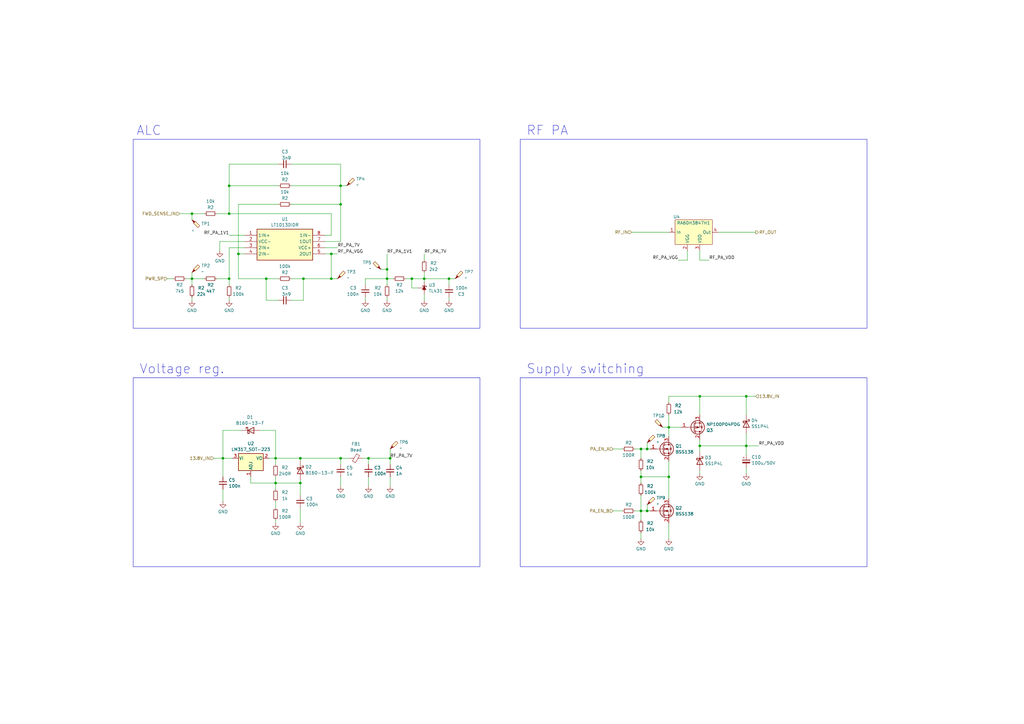
<source format=kicad_sch>
(kicad_sch (version 20230121) (generator eeschema)

  (uuid d2f03015-ab64-4590-be5f-b1d3fbbeab05)

  (paper "A3")

  (title_block
    (title "M17 Remote Radio Unit - RF board")
    (date "10-10-2023")
    (rev "A")
    (company "M17 Project")
    (comment 1 "Wojciech Kaczmarski, SP5WWP")
  )

  (lib_symbols
    (symbol "Connector:TestPoint_Probe" (pin_numbers hide) (pin_names (offset 0.762) hide) (in_bom yes) (on_board yes)
      (property "Reference" "TP" (at 1.651 5.842 0)
        (effects (font (size 1.27 1.27)))
      )
      (property "Value" "TestPoint_Probe" (at 1.651 4.064 0)
        (effects (font (size 1.27 1.27)))
      )
      (property "Footprint" "" (at 5.08 0 0)
        (effects (font (size 1.27 1.27)) hide)
      )
      (property "Datasheet" "~" (at 5.08 0 0)
        (effects (font (size 1.27 1.27)) hide)
      )
      (property "ki_keywords" "test point tp" (at 0 0 0)
        (effects (font (size 1.27 1.27)) hide)
      )
      (property "ki_description" "test point (alternative probe-style design)" (at 0 0 0)
        (effects (font (size 1.27 1.27)) hide)
      )
      (property "ki_fp_filters" "Pin* Test*" (at 0 0 0)
        (effects (font (size 1.27 1.27)) hide)
      )
      (symbol "TestPoint_Probe_0_1"
        (polyline
          (pts
            (xy 1.27 0.762)
            (xy 0 0)
            (xy 0.762 1.27)
            (xy 1.27 0.762)
          )
          (stroke (width 0) (type default))
          (fill (type outline))
        )
        (polyline
          (pts
            (xy 1.397 0.635)
            (xy 0.635 1.397)
            (xy 2.413 3.175)
            (xy 3.175 2.413)
            (xy 1.397 0.635)
          )
          (stroke (width 0) (type default))
          (fill (type background))
        )
      )
      (symbol "TestPoint_Probe_1_1"
        (pin passive line (at 0 0 90) (length 0)
          (name "1" (effects (font (size 1.27 1.27))))
          (number "1" (effects (font (size 1.27 1.27))))
        )
      )
    )
    (symbol "Device:C_Polarized_Small" (pin_numbers hide) (pin_names (offset 0.254) hide) (in_bom yes) (on_board yes)
      (property "Reference" "C" (at 0.254 1.778 0)
        (effects (font (size 1.27 1.27)) (justify left))
      )
      (property "Value" "C_Polarized_Small" (at 0.254 -2.032 0)
        (effects (font (size 1.27 1.27)) (justify left))
      )
      (property "Footprint" "" (at 0 0 0)
        (effects (font (size 1.27 1.27)) hide)
      )
      (property "Datasheet" "~" (at 0 0 0)
        (effects (font (size 1.27 1.27)) hide)
      )
      (property "ki_keywords" "cap capacitor" (at 0 0 0)
        (effects (font (size 1.27 1.27)) hide)
      )
      (property "ki_description" "Polarized capacitor, small symbol" (at 0 0 0)
        (effects (font (size 1.27 1.27)) hide)
      )
      (property "ki_fp_filters" "CP_*" (at 0 0 0)
        (effects (font (size 1.27 1.27)) hide)
      )
      (symbol "C_Polarized_Small_0_1"
        (rectangle (start -1.524 -0.3048) (end 1.524 -0.6858)
          (stroke (width 0) (type default))
          (fill (type outline))
        )
        (rectangle (start -1.524 0.6858) (end 1.524 0.3048)
          (stroke (width 0) (type default))
          (fill (type none))
        )
        (polyline
          (pts
            (xy -1.27 1.524)
            (xy -0.762 1.524)
          )
          (stroke (width 0) (type default))
          (fill (type none))
        )
        (polyline
          (pts
            (xy -1.016 1.27)
            (xy -1.016 1.778)
          )
          (stroke (width 0) (type default))
          (fill (type none))
        )
      )
      (symbol "C_Polarized_Small_1_1"
        (pin passive line (at 0 2.54 270) (length 1.8542)
          (name "~" (effects (font (size 1.27 1.27))))
          (number "1" (effects (font (size 1.27 1.27))))
        )
        (pin passive line (at 0 -2.54 90) (length 1.8542)
          (name "~" (effects (font (size 1.27 1.27))))
          (number "2" (effects (font (size 1.27 1.27))))
        )
      )
    )
    (symbol "Device:C_Small" (pin_numbers hide) (pin_names (offset 0.254) hide) (in_bom yes) (on_board yes)
      (property "Reference" "C" (at 0.254 1.778 0)
        (effects (font (size 1.27 1.27)) (justify left))
      )
      (property "Value" "C_Small" (at 0.254 -2.032 0)
        (effects (font (size 1.27 1.27)) (justify left))
      )
      (property "Footprint" "" (at 0 0 0)
        (effects (font (size 1.27 1.27)) hide)
      )
      (property "Datasheet" "~" (at 0 0 0)
        (effects (font (size 1.27 1.27)) hide)
      )
      (property "ki_keywords" "capacitor cap" (at 0 0 0)
        (effects (font (size 1.27 1.27)) hide)
      )
      (property "ki_description" "Unpolarized capacitor, small symbol" (at 0 0 0)
        (effects (font (size 1.27 1.27)) hide)
      )
      (property "ki_fp_filters" "C_*" (at 0 0 0)
        (effects (font (size 1.27 1.27)) hide)
      )
      (symbol "C_Small_0_1"
        (polyline
          (pts
            (xy -1.524 -0.508)
            (xy 1.524 -0.508)
          )
          (stroke (width 0.3302) (type default))
          (fill (type none))
        )
        (polyline
          (pts
            (xy -1.524 0.508)
            (xy 1.524 0.508)
          )
          (stroke (width 0.3048) (type default))
          (fill (type none))
        )
      )
      (symbol "C_Small_1_1"
        (pin passive line (at 0 2.54 270) (length 2.032)
          (name "~" (effects (font (size 1.27 1.27))))
          (number "1" (effects (font (size 1.27 1.27))))
        )
        (pin passive line (at 0 -2.54 90) (length 2.032)
          (name "~" (effects (font (size 1.27 1.27))))
          (number "2" (effects (font (size 1.27 1.27))))
        )
      )
    )
    (symbol "Device:D_Schottky" (pin_numbers hide) (pin_names (offset 1.016) hide) (in_bom yes) (on_board yes)
      (property "Reference" "D" (at 0 2.54 0)
        (effects (font (size 1.27 1.27)))
      )
      (property "Value" "D_Schottky" (at 0 -2.54 0)
        (effects (font (size 1.27 1.27)))
      )
      (property "Footprint" "" (at 0 0 0)
        (effects (font (size 1.27 1.27)) hide)
      )
      (property "Datasheet" "~" (at 0 0 0)
        (effects (font (size 1.27 1.27)) hide)
      )
      (property "ki_keywords" "diode Schottky" (at 0 0 0)
        (effects (font (size 1.27 1.27)) hide)
      )
      (property "ki_description" "Schottky diode" (at 0 0 0)
        (effects (font (size 1.27 1.27)) hide)
      )
      (property "ki_fp_filters" "TO-???* *_Diode_* *SingleDiode* D_*" (at 0 0 0)
        (effects (font (size 1.27 1.27)) hide)
      )
      (symbol "D_Schottky_0_1"
        (polyline
          (pts
            (xy 1.27 0)
            (xy -1.27 0)
          )
          (stroke (width 0) (type default))
          (fill (type none))
        )
        (polyline
          (pts
            (xy 1.27 1.27)
            (xy 1.27 -1.27)
            (xy -1.27 0)
            (xy 1.27 1.27)
          )
          (stroke (width 0.254) (type default))
          (fill (type none))
        )
        (polyline
          (pts
            (xy -1.905 0.635)
            (xy -1.905 1.27)
            (xy -1.27 1.27)
            (xy -1.27 -1.27)
            (xy -0.635 -1.27)
            (xy -0.635 -0.635)
          )
          (stroke (width 0.254) (type default))
          (fill (type none))
        )
      )
      (symbol "D_Schottky_1_1"
        (pin passive line (at -3.81 0 0) (length 2.54)
          (name "K" (effects (font (size 1.27 1.27))))
          (number "1" (effects (font (size 1.27 1.27))))
        )
        (pin passive line (at 3.81 0 180) (length 2.54)
          (name "A" (effects (font (size 1.27 1.27))))
          (number "2" (effects (font (size 1.27 1.27))))
        )
      )
    )
    (symbol "Device:FerriteBead_Small" (pin_numbers hide) (pin_names (offset 0)) (in_bom yes) (on_board yes)
      (property "Reference" "FB" (at 1.905 1.27 0)
        (effects (font (size 1.27 1.27)) (justify left))
      )
      (property "Value" "FerriteBead_Small" (at 1.905 -1.27 0)
        (effects (font (size 1.27 1.27)) (justify left))
      )
      (property "Footprint" "" (at -1.778 0 90)
        (effects (font (size 1.27 1.27)) hide)
      )
      (property "Datasheet" "~" (at 0 0 0)
        (effects (font (size 1.27 1.27)) hide)
      )
      (property "ki_keywords" "L ferrite bead inductor filter" (at 0 0 0)
        (effects (font (size 1.27 1.27)) hide)
      )
      (property "ki_description" "Ferrite bead, small symbol" (at 0 0 0)
        (effects (font (size 1.27 1.27)) hide)
      )
      (property "ki_fp_filters" "Inductor_* L_* *Ferrite*" (at 0 0 0)
        (effects (font (size 1.27 1.27)) hide)
      )
      (symbol "FerriteBead_Small_0_1"
        (polyline
          (pts
            (xy 0 -1.27)
            (xy 0 -0.7874)
          )
          (stroke (width 0) (type default))
          (fill (type none))
        )
        (polyline
          (pts
            (xy 0 0.889)
            (xy 0 1.2954)
          )
          (stroke (width 0) (type default))
          (fill (type none))
        )
        (polyline
          (pts
            (xy -1.8288 0.2794)
            (xy -1.1176 1.4986)
            (xy 1.8288 -0.2032)
            (xy 1.1176 -1.4224)
            (xy -1.8288 0.2794)
          )
          (stroke (width 0) (type default))
          (fill (type none))
        )
      )
      (symbol "FerriteBead_Small_1_1"
        (pin passive line (at 0 2.54 270) (length 1.27)
          (name "~" (effects (font (size 1.27 1.27))))
          (number "1" (effects (font (size 1.27 1.27))))
        )
        (pin passive line (at 0 -2.54 90) (length 1.27)
          (name "~" (effects (font (size 1.27 1.27))))
          (number "2" (effects (font (size 1.27 1.27))))
        )
      )
    )
    (symbol "Device:Q_PMOS_GDS" (pin_names (offset 0) hide) (in_bom yes) (on_board yes)
      (property "Reference" "Q" (at 5.08 1.27 0)
        (effects (font (size 1.27 1.27)) (justify left))
      )
      (property "Value" "Q_PMOS_GDS" (at 5.08 -1.27 0)
        (effects (font (size 1.27 1.27)) (justify left))
      )
      (property "Footprint" "" (at 5.08 2.54 0)
        (effects (font (size 1.27 1.27)) hide)
      )
      (property "Datasheet" "~" (at 0 0 0)
        (effects (font (size 1.27 1.27)) hide)
      )
      (property "ki_keywords" "transistor PMOS P-MOS P-MOSFET" (at 0 0 0)
        (effects (font (size 1.27 1.27)) hide)
      )
      (property "ki_description" "P-MOSFET transistor, gate/drain/source" (at 0 0 0)
        (effects (font (size 1.27 1.27)) hide)
      )
      (symbol "Q_PMOS_GDS_0_1"
        (polyline
          (pts
            (xy 0.254 0)
            (xy -2.54 0)
          )
          (stroke (width 0) (type default))
          (fill (type none))
        )
        (polyline
          (pts
            (xy 0.254 1.905)
            (xy 0.254 -1.905)
          )
          (stroke (width 0.254) (type default))
          (fill (type none))
        )
        (polyline
          (pts
            (xy 0.762 -1.27)
            (xy 0.762 -2.286)
          )
          (stroke (width 0.254) (type default))
          (fill (type none))
        )
        (polyline
          (pts
            (xy 0.762 0.508)
            (xy 0.762 -0.508)
          )
          (stroke (width 0.254) (type default))
          (fill (type none))
        )
        (polyline
          (pts
            (xy 0.762 2.286)
            (xy 0.762 1.27)
          )
          (stroke (width 0.254) (type default))
          (fill (type none))
        )
        (polyline
          (pts
            (xy 2.54 2.54)
            (xy 2.54 1.778)
          )
          (stroke (width 0) (type default))
          (fill (type none))
        )
        (polyline
          (pts
            (xy 2.54 -2.54)
            (xy 2.54 0)
            (xy 0.762 0)
          )
          (stroke (width 0) (type default))
          (fill (type none))
        )
        (polyline
          (pts
            (xy 0.762 1.778)
            (xy 3.302 1.778)
            (xy 3.302 -1.778)
            (xy 0.762 -1.778)
          )
          (stroke (width 0) (type default))
          (fill (type none))
        )
        (polyline
          (pts
            (xy 2.286 0)
            (xy 1.27 0.381)
            (xy 1.27 -0.381)
            (xy 2.286 0)
          )
          (stroke (width 0) (type default))
          (fill (type outline))
        )
        (polyline
          (pts
            (xy 2.794 -0.508)
            (xy 2.921 -0.381)
            (xy 3.683 -0.381)
            (xy 3.81 -0.254)
          )
          (stroke (width 0) (type default))
          (fill (type none))
        )
        (polyline
          (pts
            (xy 3.302 -0.381)
            (xy 2.921 0.254)
            (xy 3.683 0.254)
            (xy 3.302 -0.381)
          )
          (stroke (width 0) (type default))
          (fill (type none))
        )
        (circle (center 1.651 0) (radius 2.794)
          (stroke (width 0.254) (type default))
          (fill (type none))
        )
        (circle (center 2.54 -1.778) (radius 0.254)
          (stroke (width 0) (type default))
          (fill (type outline))
        )
        (circle (center 2.54 1.778) (radius 0.254)
          (stroke (width 0) (type default))
          (fill (type outline))
        )
      )
      (symbol "Q_PMOS_GDS_1_1"
        (pin input line (at -5.08 0 0) (length 2.54)
          (name "G" (effects (font (size 1.27 1.27))))
          (number "1" (effects (font (size 1.27 1.27))))
        )
        (pin passive line (at 2.54 5.08 270) (length 2.54)
          (name "D" (effects (font (size 1.27 1.27))))
          (number "2" (effects (font (size 1.27 1.27))))
        )
        (pin passive line (at 2.54 -5.08 90) (length 2.54)
          (name "S" (effects (font (size 1.27 1.27))))
          (number "3" (effects (font (size 1.27 1.27))))
        )
      )
    )
    (symbol "Device:R_Small" (pin_numbers hide) (pin_names (offset 0.254) hide) (in_bom yes) (on_board yes)
      (property "Reference" "R" (at 0.762 0.508 0)
        (effects (font (size 1.27 1.27)) (justify left))
      )
      (property "Value" "R_Small" (at 0.762 -1.016 0)
        (effects (font (size 1.27 1.27)) (justify left))
      )
      (property "Footprint" "" (at 0 0 0)
        (effects (font (size 1.27 1.27)) hide)
      )
      (property "Datasheet" "~" (at 0 0 0)
        (effects (font (size 1.27 1.27)) hide)
      )
      (property "ki_keywords" "R resistor" (at 0 0 0)
        (effects (font (size 1.27 1.27)) hide)
      )
      (property "ki_description" "Resistor, small symbol" (at 0 0 0)
        (effects (font (size 1.27 1.27)) hide)
      )
      (property "ki_fp_filters" "R_*" (at 0 0 0)
        (effects (font (size 1.27 1.27)) hide)
      )
      (symbol "R_Small_0_1"
        (rectangle (start -0.762 1.778) (end 0.762 -1.778)
          (stroke (width 0.2032) (type default))
          (fill (type none))
        )
      )
      (symbol "R_Small_1_1"
        (pin passive line (at 0 2.54 270) (length 0.762)
          (name "~" (effects (font (size 1.27 1.27))))
          (number "1" (effects (font (size 1.27 1.27))))
        )
        (pin passive line (at 0 -2.54 90) (length 0.762)
          (name "~" (effects (font (size 1.27 1.27))))
          (number "2" (effects (font (size 1.27 1.27))))
        )
      )
    )
    (symbol "LT1013:LT1013DIDR" (in_bom yes) (on_board yes)
      (property "Reference" "U" (at 29.21 7.62 0)
        (effects (font (size 1.27 1.27)) (justify left top))
      )
      (property "Value" "LT1013DIDR" (at 29.21 5.08 0)
        (effects (font (size 1.27 1.27)) (justify left top))
      )
      (property "Footprint" "SOIC127P600X175-8N" (at 29.21 -94.92 0)
        (effects (font (size 1.27 1.27)) (justify left top) hide)
      )
      (property "Datasheet" "http://www.ti.com/lit/gpn/lt1013d" (at 29.21 -194.92 0)
        (effects (font (size 1.27 1.27)) (justify left top) hide)
      )
      (property "Height" "1.75" (at 29.21 -394.92 0)
        (effects (font (size 1.27 1.27)) (justify left top) hide)
      )
      (property "Mouser Part Number" "595-LT1013DIDR" (at 29.21 -494.92 0)
        (effects (font (size 1.27 1.27)) (justify left top) hide)
      )
      (property "Mouser Price/Stock" "https://www.mouser.co.uk/ProductDetail/Texas-Instruments/LT1013DIDR?qs=7KMwW2o1%252BmRht8r9GfJdrg%3D%3D" (at 29.21 -594.92 0)
        (effects (font (size 1.27 1.27)) (justify left top) hide)
      )
      (property "Manufacturer_Name" "Texas Instruments" (at 29.21 -694.92 0)
        (effects (font (size 1.27 1.27)) (justify left top) hide)
      )
      (property "Manufacturer_Part_Number" "LT1013DIDR" (at 29.21 -794.92 0)
        (effects (font (size 1.27 1.27)) (justify left top) hide)
      )
      (property "ki_description" "Low Power, 4V-44V wide supply range, Single operational amplifier" (at 0 0 0)
        (effects (font (size 1.27 1.27)) hide)
      )
      (symbol "LT1013DIDR_1_1"
        (rectangle (start 5.08 2.54) (end 27.94 -10.16)
          (stroke (width 0.254) (type default))
          (fill (type background))
        )
        (pin passive line (at 0 0 0) (length 5.08)
          (name "1IN+" (effects (font (size 1.27 1.27))))
          (number "1" (effects (font (size 1.27 1.27))))
        )
        (pin passive line (at 0 -2.54 0) (length 5.08)
          (name "VCC-" (effects (font (size 1.27 1.27))))
          (number "2" (effects (font (size 1.27 1.27))))
        )
        (pin passive line (at 0 -5.08 0) (length 5.08)
          (name "2IN+" (effects (font (size 1.27 1.27))))
          (number "3" (effects (font (size 1.27 1.27))))
        )
        (pin passive line (at 0 -7.62 0) (length 5.08)
          (name "2IN-" (effects (font (size 1.27 1.27))))
          (number "4" (effects (font (size 1.27 1.27))))
        )
        (pin passive line (at 33.02 -7.62 180) (length 5.08)
          (name "2OUT" (effects (font (size 1.27 1.27))))
          (number "5" (effects (font (size 1.27 1.27))))
        )
        (pin passive line (at 33.02 -5.08 180) (length 5.08)
          (name "VCC+" (effects (font (size 1.27 1.27))))
          (number "6" (effects (font (size 1.27 1.27))))
        )
        (pin passive line (at 33.02 -2.54 180) (length 5.08)
          (name "1OUT" (effects (font (size 1.27 1.27))))
          (number "7" (effects (font (size 1.27 1.27))))
        )
        (pin passive line (at 33.02 0 180) (length 5.08)
          (name "1IN-" (effects (font (size 1.27 1.27))))
          (number "8" (effects (font (size 1.27 1.27))))
        )
      )
    )
    (symbol "Parts:RA60H3847M1" (in_bom yes) (on_board yes)
      (property "Reference" "U" (at -6.985 6.35 0)
        (effects (font (size 1.27 1.27)))
      )
      (property "Value" "" (at 0 0 0)
        (effects (font (size 1.27 1.27)))
      )
      (property "Footprint" "" (at 0 0 0)
        (effects (font (size 1.27 1.27)) hide)
      )
      (property "Datasheet" "" (at 0 0 0)
        (effects (font (size 1.27 1.27)) hide)
      )
      (symbol "RA60H3847M1_1_1"
        (rectangle (start -7.62 5.08) (end 7.62 -5.08)
          (stroke (width 0) (type default))
          (fill (type background))
        )
        (pin input line (at -10.16 0 0) (length 2.54)
          (name "In" (effects (font (size 1.27 1.27))))
          (number "1" (effects (font (size 1.27 1.27))))
        )
        (pin input line (at -2.54 -7.62 90) (length 2.54)
          (name "VGG" (effects (font (size 1.27 1.27))))
          (number "2" (effects (font (size 1.27 1.27))))
        )
        (pin input line (at 2.54 -7.62 90) (length 2.54)
          (name "VDD" (effects (font (size 1.27 1.27))))
          (number "3" (effects (font (size 1.27 1.27))))
        )
        (pin output line (at 10.16 0 180) (length 2.54)
          (name "Out" (effects (font (size 1.27 1.27))))
          (number "4" (effects (font (size 1.27 1.27))))
        )
      )
    )
    (symbol "Reference_Voltage:TL431DBZ" (pin_numbers hide) (pin_names hide) (in_bom yes) (on_board yes)
      (property "Reference" "U" (at -2.54 2.54 0)
        (effects (font (size 1.27 1.27)))
      )
      (property "Value" "TL431DBZ" (at 0 -2.54 0)
        (effects (font (size 1.27 1.27)))
      )
      (property "Footprint" "Package_TO_SOT_SMD:SOT-23" (at 0 -3.81 0)
        (effects (font (size 1.27 1.27) italic) hide)
      )
      (property "Datasheet" "http://www.ti.com/lit/ds/symlink/tl431.pdf" (at 0 0 0)
        (effects (font (size 1.27 1.27) italic) hide)
      )
      (property "ki_keywords" "diode device shunt regulator" (at 0 0 0)
        (effects (font (size 1.27 1.27)) hide)
      )
      (property "ki_description" "Shunt Regulator, SOT-23" (at 0 0 0)
        (effects (font (size 1.27 1.27)) hide)
      )
      (property "ki_fp_filters" "SOT?23*" (at 0 0 0)
        (effects (font (size 1.27 1.27)) hide)
      )
      (symbol "TL431DBZ_0_1"
        (polyline
          (pts
            (xy -1.27 0)
            (xy 0 0)
            (xy 1.27 0)
          )
          (stroke (width 0) (type default))
          (fill (type none))
        )
        (polyline
          (pts
            (xy -0.762 0.762)
            (xy 0.762 0)
            (xy -0.762 -0.762)
          )
          (stroke (width 0) (type default))
          (fill (type outline))
        )
        (polyline
          (pts
            (xy 0.508 -1.016)
            (xy 0.762 -0.762)
            (xy 0.762 0.762)
            (xy 0.762 0.762)
          )
          (stroke (width 0.254) (type default))
          (fill (type none))
        )
      )
      (symbol "TL431DBZ_1_1"
        (pin passive line (at 2.54 0 180) (length 2.54)
          (name "K" (effects (font (size 1.27 1.27))))
          (number "1" (effects (font (size 1.27 1.27))))
        )
        (pin passive line (at 0 2.54 270) (length 2.54)
          (name "REF" (effects (font (size 1.27 1.27))))
          (number "2" (effects (font (size 1.27 1.27))))
        )
        (pin passive line (at -2.54 0 0) (length 2.54)
          (name "A" (effects (font (size 1.27 1.27))))
          (number "3" (effects (font (size 1.27 1.27))))
        )
      )
    )
    (symbol "Regulator_Linear:LM317_SOT-223" (pin_names (offset 0.254)) (in_bom yes) (on_board yes)
      (property "Reference" "U" (at -3.81 3.175 0)
        (effects (font (size 1.27 1.27)))
      )
      (property "Value" "LM317_SOT-223" (at 0 3.175 0)
        (effects (font (size 1.27 1.27)) (justify left))
      )
      (property "Footprint" "Package_TO_SOT_SMD:SOT-223-3_TabPin2" (at 0 6.35 0)
        (effects (font (size 1.27 1.27) italic) hide)
      )
      (property "Datasheet" "http://www.ti.com/lit/ds/symlink/lm317.pdf" (at 0 0 0)
        (effects (font (size 1.27 1.27)) hide)
      )
      (property "ki_keywords" "Adjustable Voltage Regulator 1A Positive" (at 0 0 0)
        (effects (font (size 1.27 1.27)) hide)
      )
      (property "ki_description" "1.5A 35V Adjustable Linear Regulator, SOT-223" (at 0 0 0)
        (effects (font (size 1.27 1.27)) hide)
      )
      (property "ki_fp_filters" "SOT?223*TabPin2*" (at 0 0 0)
        (effects (font (size 1.27 1.27)) hide)
      )
      (symbol "LM317_SOT-223_0_1"
        (rectangle (start -5.08 1.905) (end 5.08 -5.08)
          (stroke (width 0.254) (type default))
          (fill (type background))
        )
      )
      (symbol "LM317_SOT-223_1_1"
        (pin input line (at 0 -7.62 90) (length 2.54)
          (name "ADJ" (effects (font (size 1.27 1.27))))
          (number "1" (effects (font (size 1.27 1.27))))
        )
        (pin power_out line (at 7.62 0 180) (length 2.54)
          (name "VO" (effects (font (size 1.27 1.27))))
          (number "2" (effects (font (size 1.27 1.27))))
        )
        (pin power_in line (at -7.62 0 0) (length 2.54)
          (name "VI" (effects (font (size 1.27 1.27))))
          (number "3" (effects (font (size 1.27 1.27))))
        )
      )
    )
    (symbol "Transistor_FET:BSS138" (pin_names hide) (in_bom yes) (on_board yes)
      (property "Reference" "Q" (at 5.08 1.905 0)
        (effects (font (size 1.27 1.27)) (justify left))
      )
      (property "Value" "BSS138" (at 5.08 0 0)
        (effects (font (size 1.27 1.27)) (justify left))
      )
      (property "Footprint" "Package_TO_SOT_SMD:SOT-23" (at 5.08 -1.905 0)
        (effects (font (size 1.27 1.27) italic) (justify left) hide)
      )
      (property "Datasheet" "https://www.onsemi.com/pub/Collateral/BSS138-D.PDF" (at 0 0 0)
        (effects (font (size 1.27 1.27)) (justify left) hide)
      )
      (property "ki_keywords" "N-Channel MOSFET" (at 0 0 0)
        (effects (font (size 1.27 1.27)) hide)
      )
      (property "ki_description" "50V Vds, 0.22A Id, N-Channel MOSFET, SOT-23" (at 0 0 0)
        (effects (font (size 1.27 1.27)) hide)
      )
      (property "ki_fp_filters" "SOT?23*" (at 0 0 0)
        (effects (font (size 1.27 1.27)) hide)
      )
      (symbol "BSS138_0_1"
        (polyline
          (pts
            (xy 0.254 0)
            (xy -2.54 0)
          )
          (stroke (width 0) (type default))
          (fill (type none))
        )
        (polyline
          (pts
            (xy 0.254 1.905)
            (xy 0.254 -1.905)
          )
          (stroke (width 0.254) (type default))
          (fill (type none))
        )
        (polyline
          (pts
            (xy 0.762 -1.27)
            (xy 0.762 -2.286)
          )
          (stroke (width 0.254) (type default))
          (fill (type none))
        )
        (polyline
          (pts
            (xy 0.762 0.508)
            (xy 0.762 -0.508)
          )
          (stroke (width 0.254) (type default))
          (fill (type none))
        )
        (polyline
          (pts
            (xy 0.762 2.286)
            (xy 0.762 1.27)
          )
          (stroke (width 0.254) (type default))
          (fill (type none))
        )
        (polyline
          (pts
            (xy 2.54 2.54)
            (xy 2.54 1.778)
          )
          (stroke (width 0) (type default))
          (fill (type none))
        )
        (polyline
          (pts
            (xy 2.54 -2.54)
            (xy 2.54 0)
            (xy 0.762 0)
          )
          (stroke (width 0) (type default))
          (fill (type none))
        )
        (polyline
          (pts
            (xy 0.762 -1.778)
            (xy 3.302 -1.778)
            (xy 3.302 1.778)
            (xy 0.762 1.778)
          )
          (stroke (width 0) (type default))
          (fill (type none))
        )
        (polyline
          (pts
            (xy 1.016 0)
            (xy 2.032 0.381)
            (xy 2.032 -0.381)
            (xy 1.016 0)
          )
          (stroke (width 0) (type default))
          (fill (type outline))
        )
        (polyline
          (pts
            (xy 2.794 0.508)
            (xy 2.921 0.381)
            (xy 3.683 0.381)
            (xy 3.81 0.254)
          )
          (stroke (width 0) (type default))
          (fill (type none))
        )
        (polyline
          (pts
            (xy 3.302 0.381)
            (xy 2.921 -0.254)
            (xy 3.683 -0.254)
            (xy 3.302 0.381)
          )
          (stroke (width 0) (type default))
          (fill (type none))
        )
        (circle (center 1.651 0) (radius 2.794)
          (stroke (width 0.254) (type default))
          (fill (type none))
        )
        (circle (center 2.54 -1.778) (radius 0.254)
          (stroke (width 0) (type default))
          (fill (type outline))
        )
        (circle (center 2.54 1.778) (radius 0.254)
          (stroke (width 0) (type default))
          (fill (type outline))
        )
      )
      (symbol "BSS138_1_1"
        (pin input line (at -5.08 0 0) (length 2.54)
          (name "G" (effects (font (size 1.27 1.27))))
          (number "1" (effects (font (size 1.27 1.27))))
        )
        (pin passive line (at 2.54 -5.08 90) (length 2.54)
          (name "S" (effects (font (size 1.27 1.27))))
          (number "2" (effects (font (size 1.27 1.27))))
        )
        (pin passive line (at 2.54 5.08 270) (length 2.54)
          (name "D" (effects (font (size 1.27 1.27))))
          (number "3" (effects (font (size 1.27 1.27))))
        )
      )
    )
    (symbol "power:GND" (power) (pin_names (offset 0)) (in_bom yes) (on_board yes)
      (property "Reference" "#PWR" (at 0 -6.35 0)
        (effects (font (size 1.27 1.27)) hide)
      )
      (property "Value" "GND" (at 0 -3.81 0)
        (effects (font (size 1.27 1.27)))
      )
      (property "Footprint" "" (at 0 0 0)
        (effects (font (size 1.27 1.27)) hide)
      )
      (property "Datasheet" "" (at 0 0 0)
        (effects (font (size 1.27 1.27)) hide)
      )
      (property "ki_keywords" "global power" (at 0 0 0)
        (effects (font (size 1.27 1.27)) hide)
      )
      (property "ki_description" "Power symbol creates a global label with name \"GND\" , ground" (at 0 0 0)
        (effects (font (size 1.27 1.27)) hide)
      )
      (symbol "GND_0_1"
        (polyline
          (pts
            (xy 0 0)
            (xy 0 -1.27)
            (xy 1.27 -1.27)
            (xy 0 -2.54)
            (xy -1.27 -1.27)
            (xy 0 -1.27)
          )
          (stroke (width 0) (type default))
          (fill (type none))
        )
      )
      (symbol "GND_1_1"
        (pin power_in line (at 0 0 270) (length 0) hide
          (name "GND" (effects (font (size 1.27 1.27))))
          (number "1" (effects (font (size 1.27 1.27))))
        )
      )
    )
  )

  (junction (at 158.75 110.49) (diameter 0) (color 0 0 0 0)
    (uuid 0c1c42b5-135a-41cc-a059-62a87f8c96c6)
  )
  (junction (at 93.98 114.3) (diameter 0) (color 0 0 0 0)
    (uuid 0d9a67d0-68e2-4348-a517-d16d6b2070df)
  )
  (junction (at 124.46 114.3) (diameter 0) (color 0 0 0 0)
    (uuid 12edbca7-5204-491d-ad01-d707dcc6072c)
  )
  (junction (at 135.89 104.14) (diameter 0) (color 0 0 0 0)
    (uuid 132a84b9-0a1c-4792-b501-8d2d1d83be28)
  )
  (junction (at 139.7 83.82) (diameter 0) (color 0 0 0 0)
    (uuid 13cd3376-7030-42dd-9ccc-0bf18d1780fb)
  )
  (junction (at 151.13 187.96) (diameter 0) (color 0 0 0 0)
    (uuid 2a8ca33f-e0a2-42e1-aef5-63fb91979250)
  )
  (junction (at 262.89 195.58) (diameter 0) (color 0 0 0 0)
    (uuid 32a15630-a414-492d-832a-2357213d3653)
  )
  (junction (at 123.19 187.96) (diameter 0) (color 0 0 0 0)
    (uuid 371e6353-dace-4256-a6a0-4416f59cd222)
  )
  (junction (at 139.7 76.2) (diameter 0) (color 0 0 0 0)
    (uuid 3a6f2f5f-9702-4a91-87a6-56b53aa01349)
  )
  (junction (at 173.99 114.3) (diameter 0) (color 0 0 0 0)
    (uuid 42fd4e9e-80a0-4f49-8644-2d7e61c0a201)
  )
  (junction (at 184.15 114.3) (diameter 0) (color 0 0 0 0)
    (uuid 46aef2f7-7413-4914-9540-299d7aa36671)
  )
  (junction (at 91.44 187.96) (diameter 0) (color 0 0 0 0)
    (uuid 47a5ff3d-686e-48d0-8d24-97528583acfb)
  )
  (junction (at 93.98 87.63) (diameter 0) (color 0 0 0 0)
    (uuid 4af5e967-6ab3-4fee-8c90-3e0c7925de17)
  )
  (junction (at 93.98 76.2) (diameter 0) (color 0 0 0 0)
    (uuid 4ed71e19-14e3-4163-9ec2-b2862e75d597)
  )
  (junction (at 139.7 187.96) (diameter 0) (color 0 0 0 0)
    (uuid 54b46e27-e68e-44fc-8804-81a3714e1d66)
  )
  (junction (at 262.89 184.15) (diameter 0) (color 0 0 0 0)
    (uuid 55c318d7-8a01-4f9e-b5de-39dccf22907b)
  )
  (junction (at 97.79 104.14) (diameter 0) (color 0 0 0 0)
    (uuid 5a9714b6-61d2-4dd2-ac8a-8e722a0dbf0f)
  )
  (junction (at 306.07 182.88) (diameter 0) (color 0 0 0 0)
    (uuid 5e95a516-297f-4673-a835-c3852cf8d490)
  )
  (junction (at 265.43 209.55) (diameter 0) (color 0 0 0 0)
    (uuid 660d2f35-5f6f-496e-a08c-7ab5d1c72f49)
  )
  (junction (at 160.02 187.96) (diameter 0) (color 0 0 0 0)
    (uuid 6f7d3e44-b37a-4b37-b595-5399adf25257)
  )
  (junction (at 274.32 195.58) (diameter 0) (color 0 0 0 0)
    (uuid 6ff7805c-2dd6-427d-abfa-19ec2bec1df4)
  )
  (junction (at 113.03 187.96) (diameter 0) (color 0 0 0 0)
    (uuid 7a69ef43-ade9-48de-bb1a-4c9c92cb71cc)
  )
  (junction (at 158.75 114.3) (diameter 0) (color 0 0 0 0)
    (uuid 7ee22bf1-8ba1-4bc0-aaf0-0ec8f6924f5b)
  )
  (junction (at 78.74 114.3) (diameter 0) (color 0 0 0 0)
    (uuid 878b3f07-b626-4ba3-94d8-f0573c478912)
  )
  (junction (at 287.02 182.88) (diameter 0) (color 0 0 0 0)
    (uuid 901c40eb-e317-43a2-8a85-ee03d562114d)
  )
  (junction (at 109.22 114.3) (diameter 0) (color 0 0 0 0)
    (uuid 938cd988-12a6-4818-a2b8-ea80b91f46da)
  )
  (junction (at 113.03 198.12) (diameter 0) (color 0 0 0 0)
    (uuid a7f799c3-5db5-4eb2-8362-1fdf6aba447e)
  )
  (junction (at 265.43 184.15) (diameter 0) (color 0 0 0 0)
    (uuid ccbb8650-5bbe-4ddd-861f-faeb8c381fc2)
  )
  (junction (at 287.02 162.56) (diameter 0) (color 0 0 0 0)
    (uuid cf06e4ea-13b4-4fea-af94-c0a4746047ef)
  )
  (junction (at 168.91 114.3) (diameter 0) (color 0 0 0 0)
    (uuid d6502607-f616-416a-91b1-1ec4b9da8548)
  )
  (junction (at 262.89 209.55) (diameter 0) (color 0 0 0 0)
    (uuid e3833dbe-67f8-484f-a38a-fd1996409a84)
  )
  (junction (at 274.32 175.26) (diameter 0) (color 0 0 0 0)
    (uuid e67901f8-1b71-421d-b255-fc58cbfa42ca)
  )
  (junction (at 306.07 162.56) (diameter 0) (color 0 0 0 0)
    (uuid e68cc757-421e-483d-ada8-4b9a7d7a4874)
  )
  (junction (at 135.89 114.3) (diameter 0) (color 0 0 0 0)
    (uuid f180f3fe-4bbb-4a32-bb3d-517eb3ccac9a)
  )
  (junction (at 123.19 198.12) (diameter 0) (color 0 0 0 0)
    (uuid f1ec1bd5-234c-44ee-b8a3-3c83acf4fd94)
  )
  (junction (at 78.74 87.63) (diameter 0) (color 0 0 0 0)
    (uuid f49a15a8-c11d-42c8-a195-6847d462ad7a)
  )

  (wire (pts (xy 97.79 104.14) (xy 100.33 104.14))
    (stroke (width 0) (type default))
    (uuid 03cb12bc-9cbd-4cc4-8839-ad20581d6420)
  )
  (wire (pts (xy 124.46 123.19) (xy 124.46 114.3))
    (stroke (width 0) (type default))
    (uuid 0520a9c2-5d89-4adb-a256-70dcf5a843bd)
  )
  (wire (pts (xy 113.03 198.12) (xy 113.03 200.66))
    (stroke (width 0) (type default))
    (uuid 058e7606-ca8f-4af5-a1af-caba5fe8502a)
  )
  (wire (pts (xy 287.02 106.68) (xy 287.02 102.87))
    (stroke (width 0) (type default))
    (uuid 0659fa64-afd5-4c67-9e4f-9c1bde6a4405)
  )
  (wire (pts (xy 306.07 162.56) (xy 306.07 170.18))
    (stroke (width 0) (type default))
    (uuid 0943f9f5-0821-4fd7-9cf8-b416e6e42c66)
  )
  (wire (pts (xy 306.07 191.77) (xy 306.07 194.31))
    (stroke (width 0) (type default))
    (uuid 0bce96ef-fe8a-4e4f-911b-1b4a7d56138f)
  )
  (wire (pts (xy 259.08 95.25) (xy 274.32 95.25))
    (stroke (width 0) (type default))
    (uuid 0f74498d-1dd6-481c-94dd-ff8f15555f25)
  )
  (wire (pts (xy 262.89 195.58) (xy 274.32 195.58))
    (stroke (width 0) (type default))
    (uuid 10d429f2-b077-4136-a4cb-83cf571ed433)
  )
  (wire (pts (xy 113.03 205.74) (xy 113.03 208.28))
    (stroke (width 0) (type default))
    (uuid 124c66b4-3ea3-4f4b-9978-8a4cad2fa9cc)
  )
  (wire (pts (xy 306.07 182.88) (xy 306.07 186.69))
    (stroke (width 0) (type default))
    (uuid 13dbad24-25a8-4c6a-b0f4-47778e48e163)
  )
  (wire (pts (xy 184.15 116.84) (xy 184.15 114.3))
    (stroke (width 0) (type default))
    (uuid 150fce86-19fa-4e44-a8d5-b4d50f57cd48)
  )
  (wire (pts (xy 262.89 193.04) (xy 262.89 195.58))
    (stroke (width 0) (type default))
    (uuid 15329997-8c75-4440-8015-e68b530c4539)
  )
  (wire (pts (xy 99.06 176.53) (xy 91.44 176.53))
    (stroke (width 0) (type default))
    (uuid 17051562-b718-4e6f-8b8c-a0214abfe048)
  )
  (wire (pts (xy 160.02 190.5) (xy 160.02 187.96))
    (stroke (width 0) (type default))
    (uuid 1750e99f-73c7-46f3-a56f-b6700b08679f)
  )
  (wire (pts (xy 135.89 104.14) (xy 133.35 104.14))
    (stroke (width 0) (type default))
    (uuid 181dcfc6-3a91-460a-8c0b-c8749f7e6aeb)
  )
  (wire (pts (xy 113.03 187.96) (xy 113.03 190.5))
    (stroke (width 0) (type default))
    (uuid 188d9663-71bb-4509-8ae7-16b478904b2f)
  )
  (wire (pts (xy 168.91 114.3) (xy 166.37 114.3))
    (stroke (width 0) (type default))
    (uuid 18976326-f089-45d7-91d0-b029a8682172)
  )
  (wire (pts (xy 265.43 207.01) (xy 265.43 209.55))
    (stroke (width 0) (type default))
    (uuid 196cd472-d396-418e-8b10-63d0d83b6bc2)
  )
  (wire (pts (xy 274.32 195.58) (xy 274.32 204.47))
    (stroke (width 0) (type default))
    (uuid 1a080a5c-f710-4258-bcba-12ecd2294386)
  )
  (wire (pts (xy 184.15 123.19) (xy 184.15 121.92))
    (stroke (width 0) (type default))
    (uuid 1a47fc5c-8364-4b1e-b45f-742b1e547ec8)
  )
  (wire (pts (xy 123.19 187.96) (xy 139.7 187.96))
    (stroke (width 0) (type default))
    (uuid 1a69cba5-b257-437d-b602-e678da14fb91)
  )
  (wire (pts (xy 93.98 101.6) (xy 93.98 114.3))
    (stroke (width 0) (type default))
    (uuid 1ab90d22-f5c8-46ed-aca7-3a87cbf49883)
  )
  (wire (pts (xy 78.74 111.76) (xy 78.74 114.3))
    (stroke (width 0) (type default))
    (uuid 1c0c3c35-b846-4554-9581-d516c791531e)
  )
  (wire (pts (xy 274.32 175.26) (xy 279.4 175.26))
    (stroke (width 0) (type default))
    (uuid 1d394b12-77a8-4109-b71b-316ce9301ff0)
  )
  (wire (pts (xy 88.9 114.3) (xy 93.98 114.3))
    (stroke (width 0) (type default))
    (uuid 1e5ca1b7-8c23-4775-9d54-dafe16d9dadf)
  )
  (wire (pts (xy 173.99 114.3) (xy 173.99 115.57))
    (stroke (width 0) (type default))
    (uuid 225e694c-2ccb-4e29-8758-7f09bcbdd04b)
  )
  (wire (pts (xy 123.19 203.2) (xy 123.19 198.12))
    (stroke (width 0) (type default))
    (uuid 239948b2-d605-4c52-be62-0d31c60f248c)
  )
  (wire (pts (xy 158.75 110.49) (xy 158.75 114.3))
    (stroke (width 0) (type default))
    (uuid 23dbb290-9414-4bfb-92a2-a1c76cbb23dd)
  )
  (wire (pts (xy 133.35 96.52) (xy 135.89 96.52))
    (stroke (width 0) (type default))
    (uuid 24952725-6f84-46fc-9512-7e87be95779e)
  )
  (wire (pts (xy 109.22 123.19) (xy 109.22 114.3))
    (stroke (width 0) (type default))
    (uuid 28818480-09d5-4147-ab29-5bb686f24186)
  )
  (wire (pts (xy 287.02 193.04) (xy 287.02 194.31))
    (stroke (width 0) (type default))
    (uuid 2b726933-62f2-4bbc-8722-533ff5155474)
  )
  (wire (pts (xy 139.7 83.82) (xy 139.7 99.06))
    (stroke (width 0) (type default))
    (uuid 2bca561c-6da8-4951-a9f9-de80453edc34)
  )
  (wire (pts (xy 139.7 187.96) (xy 139.7 190.5))
    (stroke (width 0) (type default))
    (uuid 30689763-8415-4a2b-bce5-78f754bb5641)
  )
  (wire (pts (xy 168.91 114.3) (xy 173.99 114.3))
    (stroke (width 0) (type default))
    (uuid 322646fe-5f36-433b-ab3d-142e50b0d700)
  )
  (wire (pts (xy 274.32 189.23) (xy 274.32 195.58))
    (stroke (width 0) (type default))
    (uuid 35e71570-55be-49c2-962f-800e044d8ba1)
  )
  (wire (pts (xy 151.13 195.58) (xy 151.13 199.39))
    (stroke (width 0) (type default))
    (uuid 36b8ab82-ce56-421b-ac76-08a9337fc703)
  )
  (wire (pts (xy 119.38 114.3) (xy 124.46 114.3))
    (stroke (width 0) (type default))
    (uuid 38b56de9-3789-433a-b3e3-be346c268d46)
  )
  (wire (pts (xy 262.89 203.2) (xy 262.89 209.55))
    (stroke (width 0) (type default))
    (uuid 3a761e89-4853-4b3c-9f0a-13cabefb7b82)
  )
  (wire (pts (xy 119.38 67.31) (xy 139.7 67.31))
    (stroke (width 0) (type default))
    (uuid 3cdb5276-4508-46b4-9484-aa7b3a9cb37d)
  )
  (wire (pts (xy 262.89 195.58) (xy 262.89 198.12))
    (stroke (width 0) (type default))
    (uuid 3e46c9ba-38b0-47ce-8d9e-5a48d9a72b5e)
  )
  (wire (pts (xy 160.02 184.15) (xy 160.02 187.96))
    (stroke (width 0) (type default))
    (uuid 40274932-d9e9-4c8a-929a-20d56fda08f1)
  )
  (wire (pts (xy 160.02 195.58) (xy 160.02 199.39))
    (stroke (width 0) (type default))
    (uuid 41189b3e-3990-47cc-b04f-a27bdb3285db)
  )
  (wire (pts (xy 78.74 87.63) (xy 83.82 87.63))
    (stroke (width 0) (type default))
    (uuid 4172e8e9-b330-41f3-9d48-eabf62add908)
  )
  (wire (pts (xy 93.98 76.2) (xy 93.98 87.63))
    (stroke (width 0) (type default))
    (uuid 438bd3a8-64f8-42e0-a87c-30873d81fb3b)
  )
  (wire (pts (xy 251.46 184.15) (xy 255.27 184.15))
    (stroke (width 0) (type default))
    (uuid 4a9bc727-585f-4f01-867a-6827e82083e1)
  )
  (wire (pts (xy 139.7 76.2) (xy 139.7 83.82))
    (stroke (width 0) (type default))
    (uuid 4b040399-250d-44de-bdc4-2da75ef68550)
  )
  (wire (pts (xy 78.74 87.63) (xy 78.74 90.17))
    (stroke (width 0) (type default))
    (uuid 4eb9fb1e-a727-4b3a-b8a6-606dda2438e1)
  )
  (wire (pts (xy 294.64 95.25) (xy 309.88 95.25))
    (stroke (width 0) (type default))
    (uuid 510b37bc-e1bd-405c-bfac-ae7e2a4c2c20)
  )
  (wire (pts (xy 123.19 208.28) (xy 123.19 214.63))
    (stroke (width 0) (type default))
    (uuid 5b3300ca-3df8-415c-b2c1-14dad1be2db1)
  )
  (wire (pts (xy 135.89 104.14) (xy 138.43 104.14))
    (stroke (width 0) (type default))
    (uuid 5b3e7220-71c9-42b0-9569-09acb6493345)
  )
  (wire (pts (xy 306.07 177.8) (xy 306.07 182.88))
    (stroke (width 0) (type default))
    (uuid 5b801714-c7db-49a1-b956-607cd9670205)
  )
  (wire (pts (xy 265.43 209.55) (xy 262.89 209.55))
    (stroke (width 0) (type default))
    (uuid 5bb35dde-d9cc-4e72-844c-4c62d310c019)
  )
  (wire (pts (xy 68.58 114.3) (xy 71.12 114.3))
    (stroke (width 0) (type default))
    (uuid 5ccd2269-1d60-4c73-bf37-8849e4a508f1)
  )
  (wire (pts (xy 135.89 96.52) (xy 135.89 87.63))
    (stroke (width 0) (type default))
    (uuid 5d4788a5-231c-4d26-82ba-50a2b2ab73f2)
  )
  (wire (pts (xy 260.35 209.55) (xy 262.89 209.55))
    (stroke (width 0) (type default))
    (uuid 5d51fe18-af40-4550-b793-848664383c1d)
  )
  (wire (pts (xy 91.44 176.53) (xy 91.44 187.96))
    (stroke (width 0) (type default))
    (uuid 60d0b4eb-a779-447f-96e8-b672e4c652c7)
  )
  (wire (pts (xy 113.03 195.58) (xy 113.03 198.12))
    (stroke (width 0) (type default))
    (uuid 610d707e-68ea-4f71-a210-890a3b9a8335)
  )
  (wire (pts (xy 97.79 114.3) (xy 97.79 104.14))
    (stroke (width 0) (type default))
    (uuid 62fb3a46-413d-42fb-a0f2-20d16bc20cd0)
  )
  (wire (pts (xy 119.38 83.82) (xy 139.7 83.82))
    (stroke (width 0) (type default))
    (uuid 661d2d6d-6852-4584-9e3d-3b6a02240cf2)
  )
  (wire (pts (xy 100.33 99.06) (xy 90.17 99.06))
    (stroke (width 0) (type default))
    (uuid 66618d62-1a81-4d52-b209-d0ba3d5f321b)
  )
  (wire (pts (xy 114.3 67.31) (xy 93.98 67.31))
    (stroke (width 0) (type default))
    (uuid 683e0587-6eeb-4a16-a009-b46dfada8629)
  )
  (wire (pts (xy 265.43 181.61) (xy 265.43 184.15))
    (stroke (width 0) (type default))
    (uuid 688bc379-d53d-4df6-aaf9-9a917e6bdaeb)
  )
  (wire (pts (xy 113.03 176.53) (xy 113.03 187.96))
    (stroke (width 0) (type default))
    (uuid 6a1af2c0-867e-4d20-ab5e-cdd0950bbc20)
  )
  (wire (pts (xy 151.13 187.96) (xy 160.02 187.96))
    (stroke (width 0) (type default))
    (uuid 6b74e792-22af-42c5-84f9-9ce568c20c55)
  )
  (wire (pts (xy 156.21 110.49) (xy 158.75 110.49))
    (stroke (width 0) (type default))
    (uuid 6d71b2b8-868b-4366-b018-9676f25a401e)
  )
  (wire (pts (xy 251.46 209.55) (xy 255.27 209.55))
    (stroke (width 0) (type default))
    (uuid 6dd53b1b-3f63-492b-bd36-1f6206a3fd47)
  )
  (wire (pts (xy 124.46 114.3) (xy 135.89 114.3))
    (stroke (width 0) (type default))
    (uuid 717c5f82-33bf-42aa-89e8-1424581145cd)
  )
  (wire (pts (xy 290.83 106.68) (xy 287.02 106.68))
    (stroke (width 0) (type default))
    (uuid 7364d3c6-d52e-40f0-afd1-3a50fec5f220)
  )
  (wire (pts (xy 173.99 114.3) (xy 184.15 114.3))
    (stroke (width 0) (type default))
    (uuid 73db89b0-01a5-42dd-898c-9d7795e5c300)
  )
  (wire (pts (xy 100.33 101.6) (xy 93.98 101.6))
    (stroke (width 0) (type default))
    (uuid 751be469-4cfc-4d11-8177-ce282b7a114f)
  )
  (wire (pts (xy 173.99 120.65) (xy 173.99 123.19))
    (stroke (width 0) (type default))
    (uuid 76b92b7f-dc1d-41fd-86e1-1975354ca45a)
  )
  (wire (pts (xy 274.32 214.63) (xy 274.32 220.98))
    (stroke (width 0) (type default))
    (uuid 77698a6b-0476-464d-acc7-0573a0535b3d)
  )
  (wire (pts (xy 158.75 104.14) (xy 158.75 110.49))
    (stroke (width 0) (type default))
    (uuid 778149c3-cc2f-465d-b18a-b95022479d9a)
  )
  (wire (pts (xy 135.89 114.3) (xy 138.43 114.3))
    (stroke (width 0) (type default))
    (uuid 778eb10a-fe59-4366-8ee5-07c5e7e57319)
  )
  (wire (pts (xy 78.74 114.3) (xy 78.74 116.84))
    (stroke (width 0) (type default))
    (uuid 782eb5e7-9120-4f63-8348-04d176c1d161)
  )
  (wire (pts (xy 114.3 83.82) (xy 97.79 83.82))
    (stroke (width 0) (type default))
    (uuid 7a570560-c021-4ea8-9d78-ceaf4c4e8a69)
  )
  (wire (pts (xy 113.03 213.36) (xy 113.03 214.63))
    (stroke (width 0) (type default))
    (uuid 7cbffe24-4241-4577-8f60-8f3601969f58)
  )
  (wire (pts (xy 119.38 76.2) (xy 139.7 76.2))
    (stroke (width 0) (type default))
    (uuid 7dfd710c-381e-4640-9e05-f2b6d3253585)
  )
  (wire (pts (xy 173.99 111.76) (xy 173.99 114.3))
    (stroke (width 0) (type default))
    (uuid 7e391160-2a56-4d7e-aa5e-e0212e223b2c)
  )
  (wire (pts (xy 93.98 121.92) (xy 93.98 123.19))
    (stroke (width 0) (type default))
    (uuid 83dae4ed-ffc0-40f7-a47e-86f9ba544323)
  )
  (wire (pts (xy 97.79 83.82) (xy 97.79 104.14))
    (stroke (width 0) (type default))
    (uuid 84493a4b-6136-4bba-bacc-eab70191a32d)
  )
  (wire (pts (xy 106.68 176.53) (xy 113.03 176.53))
    (stroke (width 0) (type default))
    (uuid 8814d84d-515e-4167-ac3e-63d4e1424fa5)
  )
  (wire (pts (xy 139.7 76.2) (xy 142.24 76.2))
    (stroke (width 0) (type default))
    (uuid 888747d2-9340-401a-9730-b17e221bf07b)
  )
  (wire (pts (xy 102.87 198.12) (xy 113.03 198.12))
    (stroke (width 0) (type default))
    (uuid 89161068-9ae9-4a05-bbc5-46a15563fe69)
  )
  (wire (pts (xy 262.89 209.55) (xy 262.89 213.36))
    (stroke (width 0) (type default))
    (uuid 8d619bf9-d12b-48b4-861e-6d8fb1fba0b2)
  )
  (wire (pts (xy 306.07 182.88) (xy 287.02 182.88))
    (stroke (width 0) (type default))
    (uuid 8d92cc19-1247-4eac-bf58-5aacdcd708a7)
  )
  (wire (pts (xy 123.19 196.85) (xy 123.19 198.12))
    (stroke (width 0) (type default))
    (uuid 8e5b4c43-21a4-4477-a942-93804f099bf3)
  )
  (wire (pts (xy 93.98 87.63) (xy 88.9 87.63))
    (stroke (width 0) (type default))
    (uuid 8f3d35dc-4289-454a-b5b7-dd10616cfdc2)
  )
  (wire (pts (xy 274.32 162.56) (xy 274.32 165.1))
    (stroke (width 0) (type default))
    (uuid 8f77637d-d921-47e8-8fb2-80af8530e73f)
  )
  (wire (pts (xy 287.02 162.56) (xy 287.02 170.18))
    (stroke (width 0) (type default))
    (uuid 913a7931-4cc6-48db-bf66-0130e2f22a23)
  )
  (wire (pts (xy 168.91 118.11) (xy 168.91 114.3))
    (stroke (width 0) (type default))
    (uuid 92f5f8aa-71f4-43df-ad78-3205d40f7880)
  )
  (wire (pts (xy 287.02 182.88) (xy 287.02 180.34))
    (stroke (width 0) (type default))
    (uuid 94f5473c-01a6-4e9f-a278-6a4a759f58d3)
  )
  (wire (pts (xy 114.3 114.3) (xy 109.22 114.3))
    (stroke (width 0) (type default))
    (uuid 9939de9a-9c2c-4f36-ac07-8996d43cf52f)
  )
  (wire (pts (xy 76.2 114.3) (xy 78.74 114.3))
    (stroke (width 0) (type default))
    (uuid 9a0cdd74-8d2e-4cf1-8094-a7bb424ea0c0)
  )
  (wire (pts (xy 87.63 187.96) (xy 91.44 187.96))
    (stroke (width 0) (type default))
    (uuid 9ada323a-6c0c-477d-8fba-78bc9491ddbb)
  )
  (wire (pts (xy 114.3 123.19) (xy 109.22 123.19))
    (stroke (width 0) (type default))
    (uuid 9c70465a-1ff2-4118-bf12-6a9e853ee5d4)
  )
  (wire (pts (xy 306.07 162.56) (xy 287.02 162.56))
    (stroke (width 0) (type default))
    (uuid a16f9953-e86c-488a-8d75-6968ae751fdc)
  )
  (wire (pts (xy 139.7 195.58) (xy 139.7 199.39))
    (stroke (width 0) (type default))
    (uuid a65bd4cf-4471-4ec0-8bef-699606088d57)
  )
  (wire (pts (xy 102.87 195.58) (xy 102.87 198.12))
    (stroke (width 0) (type default))
    (uuid a70025bd-f219-4800-bb77-d0ca58ac96df)
  )
  (wire (pts (xy 271.78 175.26) (xy 274.32 175.26))
    (stroke (width 0) (type default))
    (uuid a9b9f3b3-0df0-4006-ab1c-525474bd81d5)
  )
  (wire (pts (xy 260.35 184.15) (xy 262.89 184.15))
    (stroke (width 0) (type default))
    (uuid acc19e05-beb5-4e12-b070-52b27fd85d58)
  )
  (wire (pts (xy 274.32 170.18) (xy 274.32 175.26))
    (stroke (width 0) (type default))
    (uuid ad68193c-7b5d-4852-9807-051bde2bfa76)
  )
  (wire (pts (xy 90.17 99.06) (xy 90.17 102.87))
    (stroke (width 0) (type default))
    (uuid aeeb03ec-2fd9-4c9e-b42f-9f687935587a)
  )
  (wire (pts (xy 287.02 182.88) (xy 287.02 185.42))
    (stroke (width 0) (type default))
    (uuid af3b659f-ef00-408d-b1b8-a44e5111d3ab)
  )
  (wire (pts (xy 123.19 189.23) (xy 123.19 187.96))
    (stroke (width 0) (type default))
    (uuid af940b1d-d2fd-4a72-8327-34795dc59b26)
  )
  (wire (pts (xy 281.94 106.68) (xy 281.94 102.87))
    (stroke (width 0) (type default))
    (uuid aff44d7b-a676-448b-8d97-116ea51dddf2)
  )
  (wire (pts (xy 287.02 162.56) (xy 274.32 162.56))
    (stroke (width 0) (type default))
    (uuid b1042808-1f6a-4cd2-bb48-7cf309ef288c)
  )
  (wire (pts (xy 135.89 87.63) (xy 93.98 87.63))
    (stroke (width 0) (type default))
    (uuid b112c257-b465-4f90-af77-9e982d18100f)
  )
  (wire (pts (xy 139.7 187.96) (xy 143.51 187.96))
    (stroke (width 0) (type default))
    (uuid b4a8259a-68b9-4148-aded-cc343380c4a4)
  )
  (wire (pts (xy 110.49 187.96) (xy 113.03 187.96))
    (stroke (width 0) (type default))
    (uuid b5490747-c055-4003-a419-7b6883895737)
  )
  (wire (pts (xy 173.99 104.14) (xy 173.99 106.68))
    (stroke (width 0) (type default))
    (uuid b96557f1-fee7-4096-b87d-a69896dc199f)
  )
  (wire (pts (xy 133.35 101.6) (xy 138.43 101.6))
    (stroke (width 0) (type default))
    (uuid bf3c1567-73ed-4808-ac64-be187e1fb03f)
  )
  (wire (pts (xy 262.89 218.44) (xy 262.89 220.98))
    (stroke (width 0) (type default))
    (uuid c1d36483-2f06-459b-a2b0-b983229627c4)
  )
  (wire (pts (xy 78.74 123.19) (xy 78.74 121.92))
    (stroke (width 0) (type default))
    (uuid c3eee25d-0f71-4e59-90e6-0ea2cfa01276)
  )
  (wire (pts (xy 114.3 76.2) (xy 93.98 76.2))
    (stroke (width 0) (type default))
    (uuid c41883d0-840d-4418-879e-63fb305b8258)
  )
  (wire (pts (xy 93.98 67.31) (xy 93.98 76.2))
    (stroke (width 0) (type default))
    (uuid c863c746-d833-4108-a0f1-bcca7636bf11)
  )
  (wire (pts (xy 171.45 118.11) (xy 168.91 118.11))
    (stroke (width 0) (type default))
    (uuid cc751308-3c90-4678-844d-537e15938aa0)
  )
  (wire (pts (xy 139.7 67.31) (xy 139.7 76.2))
    (stroke (width 0) (type default))
    (uuid ccb99901-c8ea-4c99-a949-3d2c15b845ab)
  )
  (wire (pts (xy 119.38 123.19) (xy 124.46 123.19))
    (stroke (width 0) (type default))
    (uuid cfe3d77a-3451-4f00-aa0b-67fffe9ac815)
  )
  (wire (pts (xy 109.22 114.3) (xy 97.79 114.3))
    (stroke (width 0) (type default))
    (uuid d187e146-bb8c-4f13-a949-f92cac7484e9)
  )
  (wire (pts (xy 78.74 114.3) (xy 83.82 114.3))
    (stroke (width 0) (type default))
    (uuid d551ec50-d9bb-47ab-b5a7-1ec6e66f6463)
  )
  (wire (pts (xy 73.66 87.63) (xy 78.74 87.63))
    (stroke (width 0) (type default))
    (uuid d5bd0bc3-f557-4bf1-840e-7e8c7b0fd54b)
  )
  (wire (pts (xy 158.75 123.19) (xy 158.75 121.92))
    (stroke (width 0) (type default))
    (uuid d84b08fd-39ea-4bd2-89e4-6c56999e1574)
  )
  (wire (pts (xy 149.86 121.92) (xy 149.86 123.19))
    (stroke (width 0) (type default))
    (uuid d87f4122-ce66-4f2b-be69-5e131ae9ad2a)
  )
  (wire (pts (xy 186.69 114.3) (xy 184.15 114.3))
    (stroke (width 0) (type default))
    (uuid d94fa9e1-19fb-498e-ae9f-eb5b1284908c)
  )
  (wire (pts (xy 149.86 116.84) (xy 149.86 114.3))
    (stroke (width 0) (type default))
    (uuid dbab68c8-f668-4760-9329-a1cd814935ba)
  )
  (wire (pts (xy 309.88 162.56) (xy 306.07 162.56))
    (stroke (width 0) (type default))
    (uuid dcbac869-fac9-4684-8824-0c8d46c7061b)
  )
  (wire (pts (xy 278.13 106.68) (xy 281.94 106.68))
    (stroke (width 0) (type default))
    (uuid dd665e42-da7d-4181-8018-caa977591d74)
  )
  (wire (pts (xy 91.44 187.96) (xy 91.44 195.58))
    (stroke (width 0) (type default))
    (uuid de5dfa6e-7c89-47a5-8fe3-82564c32176e)
  )
  (wire (pts (xy 161.29 114.3) (xy 158.75 114.3))
    (stroke (width 0) (type default))
    (uuid e0c3fb2c-988c-4bfa-9354-f2fc717ce307)
  )
  (wire (pts (xy 151.13 187.96) (xy 151.13 190.5))
    (stroke (width 0) (type default))
    (uuid e41fd4f9-326f-446a-abcd-99f3b7356d37)
  )
  (wire (pts (xy 113.03 187.96) (xy 123.19 187.96))
    (stroke (width 0) (type default))
    (uuid e42f1ebe-9f5d-4adc-b481-e75410457d44)
  )
  (wire (pts (xy 274.32 175.26) (xy 274.32 179.07))
    (stroke (width 0) (type default))
    (uuid e51f3410-714b-412e-9bbc-3fed2f74b51f)
  )
  (wire (pts (xy 123.19 198.12) (xy 113.03 198.12))
    (stroke (width 0) (type default))
    (uuid e607d79f-fd2a-431b-8a71-b226d4ecb9c7)
  )
  (wire (pts (xy 149.86 114.3) (xy 158.75 114.3))
    (stroke (width 0) (type default))
    (uuid e6df71b1-373d-4ebf-84b5-4b5580bf99e7)
  )
  (wire (pts (xy 265.43 184.15) (xy 266.7 184.15))
    (stroke (width 0) (type default))
    (uuid eaaaca1a-a1e3-428b-842b-1bc1b81c1de0)
  )
  (wire (pts (xy 265.43 184.15) (xy 262.89 184.15))
    (stroke (width 0) (type default))
    (uuid ecab2a1f-e16d-4674-bb56-04a5cba78462)
  )
  (wire (pts (xy 93.98 96.52) (xy 100.33 96.52))
    (stroke (width 0) (type default))
    (uuid ed13c8bc-edb4-4e23-a4fe-e7046d7af581)
  )
  (wire (pts (xy 91.44 200.66) (xy 91.44 205.74))
    (stroke (width 0) (type default))
    (uuid ed774383-32a2-4a7b-bf05-a0d99eb2aa92)
  )
  (wire (pts (xy 158.75 114.3) (xy 158.75 116.84))
    (stroke (width 0) (type default))
    (uuid edb2b17a-00c5-4a91-be02-d2fe9ba2f9b5)
  )
  (wire (pts (xy 148.59 187.96) (xy 151.13 187.96))
    (stroke (width 0) (type default))
    (uuid ee8c1e2c-5de6-435f-9dd2-ae74493d4ebe)
  )
  (wire (pts (xy 91.44 187.96) (xy 95.25 187.96))
    (stroke (width 0) (type default))
    (uuid efe34a9c-9aa7-46c8-92f5-acaaac9152be)
  )
  (wire (pts (xy 311.15 182.88) (xy 306.07 182.88))
    (stroke (width 0) (type default))
    (uuid f3de4b9b-9705-4db0-ab58-4df5feee2ba3)
  )
  (wire (pts (xy 135.89 104.14) (xy 135.89 114.3))
    (stroke (width 0) (type default))
    (uuid f6638342-3cce-4d25-8fd8-6ae963add0b0)
  )
  (wire (pts (xy 262.89 184.15) (xy 262.89 187.96))
    (stroke (width 0) (type default))
    (uuid fa097e51-9666-482b-b7b5-d1a761a4d313)
  )
  (wire (pts (xy 265.43 209.55) (xy 266.7 209.55))
    (stroke (width 0) (type default))
    (uuid fdc7bb5f-226c-48ca-a950-5453cfeccd24)
  )
  (wire (pts (xy 139.7 99.06) (xy 133.35 99.06))
    (stroke (width 0) (type default))
    (uuid fee44968-b963-4d1f-b7b7-48c9c3131df6)
  )
  (wire (pts (xy 93.98 114.3) (xy 93.98 116.84))
    (stroke (width 0) (type default))
    (uuid ffe70502-9829-44b0-9381-9eb90cdb4d0b)
  )

  (rectangle (start 54.61 154.94) (end 196.85 232.41)
    (stroke (width 0) (type default))
    (fill (type none))
    (uuid 0d1ef23d-c985-4656-a761-017802287b0a)
  )
  (rectangle (start 213.36 154.94) (end 355.6 232.41)
    (stroke (width 0) (type default))
    (fill (type none))
    (uuid 15f35f01-e7e0-4e1b-a213-d9fc3b451692)
  )
  (rectangle (start 54.61 57.15) (end 196.85 134.62)
    (stroke (width 0) (type default))
    (fill (type none))
    (uuid 39780434-7871-476a-a77a-ac2b206137bb)
  )
  (rectangle (start 213.36 57.15) (end 355.6 134.62)
    (stroke (width 0) (type default))
    (fill (type none))
    (uuid a159bb50-7c8a-487e-ab93-f2eebd7ca1fe)
  )

  (text "Voltage reg." (at 57.15 153.67 0)
    (effects (font (size 3.81 3.81)) (justify left bottom))
    (uuid 482a2048-f901-48b5-ac3d-b4fb6c345c5d)
  )
  (text "RF PA" (at 215.9 55.88 0)
    (effects (font (size 3.81 3.81)) (justify left bottom))
    (uuid 52eb6c2b-84e4-4297-a899-a3f1ffbc8626)
  )
  (text "Supply switching" (at 215.9 153.67 0)
    (effects (font (size 3.81 3.81)) (justify left bottom))
    (uuid de658b39-7194-4a60-9cff-599d6527bfda)
  )
  (text "ALC" (at 55.88 55.88 0)
    (effects (font (size 3.81 3.81)) (justify left bottom))
    (uuid e249d588-d4af-4a0f-8b9d-998d13f39844)
  )

  (label "RF_PA_VDD" (at 290.83 106.68 0) (fields_autoplaced)
    (effects (font (size 1.27 1.27)) (justify left bottom))
    (uuid 069dbfc3-8ae6-4893-ac90-2b5e40c939b3)
  )
  (label "RF_PA_7V" (at 173.99 104.14 0) (fields_autoplaced)
    (effects (font (size 1.27 1.27)) (justify left bottom))
    (uuid 1dabf194-40af-4587-b3dc-57004540a6e4)
  )
  (label "RF_PA_1V1" (at 158.75 104.14 0) (fields_autoplaced)
    (effects (font (size 1.27 1.27)) (justify left bottom))
    (uuid 48404785-b244-49a8-beaf-ee46fbacccdb)
  )
  (label "RF_PA_VDD" (at 311.15 182.88 0) (fields_autoplaced)
    (effects (font (size 1.27 1.27)) (justify left bottom))
    (uuid 4ea69c6d-d6c1-4865-adf3-d87dbd31420c)
  )
  (label "RF_PA_7V" (at 138.43 101.6 0) (fields_autoplaced)
    (effects (font (size 1.27 1.27)) (justify left bottom))
    (uuid 5015e740-52ee-400b-a4be-3df6a378804b)
  )
  (label "RF_PA_7V" (at 160.02 187.96 0) (fields_autoplaced)
    (effects (font (size 1.27 1.27)) (justify left bottom))
    (uuid 51d9fdff-310b-4ecc-8d43-ed1aa4161d65)
  )
  (label "RF_PA_VGG" (at 138.43 104.14 0) (fields_autoplaced)
    (effects (font (size 1.27 1.27)) (justify left bottom))
    (uuid 5cb9c3b4-0e17-48fe-b864-a8fe2a789550)
  )
  (label "RF_PA_VGG" (at 278.13 106.68 180) (fields_autoplaced)
    (effects (font (size 1.27 1.27)) (justify right bottom))
    (uuid a614c571-aead-424b-a39a-3bd4ce412794)
  )
  (label "RF_PA_1V1" (at 93.98 96.52 180) (fields_autoplaced)
    (effects (font (size 1.27 1.27)) (justify right bottom))
    (uuid f8c5acf1-fafc-4fa2-9d53-990f05b327a3)
  )

  (hierarchical_label "FWD_SENSE_IN" (shape input) (at 73.66 87.63 180) (fields_autoplaced)
    (effects (font (size 1.27 1.27)) (justify right))
    (uuid 064e8adc-c6a9-4b60-ae4f-d44bc885fd19)
  )
  (hierarchical_label "13.8V_IN" (shape input) (at 87.63 187.96 180) (fields_autoplaced)
    (effects (font (size 1.27 1.27)) (justify right))
    (uuid 1e971b7a-58e0-4c75-800f-21f7cee69db9)
  )
  (hierarchical_label "RF_IN" (shape input) (at 259.08 95.25 180) (fields_autoplaced)
    (effects (font (size 1.27 1.27)) (justify right))
    (uuid 442e14b4-d433-4a35-86b9-f54404c99b98)
  )
  (hierarchical_label "RF_OUT" (shape output) (at 309.88 95.25 0) (fields_autoplaced)
    (effects (font (size 1.27 1.27)) (justify left))
    (uuid 4b31b6c7-b932-4d1c-9552-3ae9ac22e853)
  )
  (hierarchical_label "PWR_SP" (shape input) (at 68.58 114.3 180) (fields_autoplaced)
    (effects (font (size 1.27 1.27)) (justify right))
    (uuid 61da5c52-f42e-4a8b-892a-fdeb7841a159)
  )
  (hierarchical_label "PA_EN_B" (shape input) (at 251.46 209.55 180) (fields_autoplaced)
    (effects (font (size 1.27 1.27)) (justify right))
    (uuid 8d336ed3-4b0a-4e54-9d3f-f16b1601c219)
  )
  (hierarchical_label "PA_EN_A" (shape input) (at 251.46 184.15 180) (fields_autoplaced)
    (effects (font (size 1.27 1.27)) (justify right))
    (uuid c63eb24a-35e1-4ebd-ab3b-03a95d6d5cf5)
  )
  (hierarchical_label "13.8V_IN" (shape input) (at 309.88 162.56 0) (fields_autoplaced)
    (effects (font (size 1.27 1.27)) (justify left))
    (uuid e7ecb40a-1da1-42bf-ad14-bbe87ff69397)
  )

  (symbol (lib_id "Device:R_Small") (at 173.99 109.22 180) (unit 1)
    (in_bom yes) (on_board yes) (dnp no)
    (uuid 0318e731-96c9-4a96-bb6b-05e486a84e58)
    (property "Reference" "R2" (at 177.8 107.95 0)
      (effects (font (size 1.27 1.27)))
    )
    (property "Value" "2k2" (at 177.8 110.49 0)
      (effects (font (size 1.27 1.27)))
    )
    (property "Footprint" "Resistor_SMD:R_0603_1608Metric" (at 173.99 109.22 0)
      (effects (font (size 1.27 1.27)) hide)
    )
    (property "Datasheet" "~" (at 173.99 109.22 0)
      (effects (font (size 1.27 1.27)) hide)
    )
    (property "PN" "" (at 173.99 109.22 0)
      (effects (font (size 1.27 1.27)) hide)
    )
    (pin "1" (uuid 95f64858-375e-4ade-976c-ba4511b8293c))
    (pin "2" (uuid f4f06f39-d10c-44f6-b330-9491df85091a))
    (instances
      (project "m17-rru-rf"
        (path "/4c42207c-9e6b-42da-ad38-da126b892014/ccc39fee-262d-4ac9-a9a6-59e024db6eed"
          (reference "R2") (unit 1)
        )
        (path "/4c42207c-9e6b-42da-ad38-da126b892014/7ebe248e-d508-4395-8ad3-4ea02a49e591"
          (reference "R14") (unit 1)
        )
      )
    )
  )

  (symbol (lib_id "Connector:TestPoint_Probe") (at 142.24 76.2 0) (unit 1)
    (in_bom yes) (on_board yes) (dnp no) (fields_autoplaced)
    (uuid 0d4fa6ae-622c-458c-99b2-73b3f3a0d62f)
    (property "Reference" "TP4" (at 146.05 73.4004 0)
      (effects (font (size 1.27 1.27)) (justify left))
    )
    (property "Value" "~" (at 146.05 75.8246 0)
      (effects (font (size 1.27 1.27)) (justify left))
    )
    (property "Footprint" "TestPoint:TestPoint_Pad_D1.5mm" (at 147.32 76.2 0)
      (effects (font (size 1.27 1.27)) hide)
    )
    (property "Datasheet" "~" (at 147.32 76.2 0)
      (effects (font (size 1.27 1.27)) hide)
    )
    (pin "1" (uuid bab051ec-a003-4260-966d-d8ecc539f0aa))
    (instances
      (project "m17-rru-rf"
        (path "/4c42207c-9e6b-42da-ad38-da126b892014/7ebe248e-d508-4395-8ad3-4ea02a49e591"
          (reference "TP4") (unit 1)
        )
      )
    )
  )

  (symbol (lib_id "Reference_Voltage:TL431DBZ") (at 173.99 118.11 90) (unit 1)
    (in_bom yes) (on_board yes) (dnp no) (fields_autoplaced)
    (uuid 0e948fba-cd03-4a63-ae64-f6dd9bc61c38)
    (property "Reference" "U3" (at 175.768 116.8979 90)
      (effects (font (size 1.27 1.27)) (justify right))
    )
    (property "Value" "TL431" (at 175.768 119.3221 90)
      (effects (font (size 1.27 1.27)) (justify right))
    )
    (property "Footprint" "Package_TO_SOT_SMD:SOT-23" (at 177.8 118.11 0)
      (effects (font (size 1.27 1.27) italic) hide)
    )
    (property "Datasheet" "http://www.ti.com/lit/ds/symlink/tl431.pdf" (at 173.99 118.11 0)
      (effects (font (size 1.27 1.27) italic) hide)
    )
    (property "PN" "TL431LIBIDBZR" (at 173.99 118.11 90)
      (effects (font (size 1.27 1.27)) hide)
    )
    (pin "1" (uuid 57169e4d-bebc-4d66-8b3d-254fcb2a6dc4))
    (pin "2" (uuid 29dd4bf6-1a53-4034-bc06-bb1c42a4a41f))
    (pin "3" (uuid d6cdf31a-9811-4670-82cb-141e98f4f787))
    (instances
      (project "m17-rru-rf"
        (path "/4c42207c-9e6b-42da-ad38-da126b892014/7ebe248e-d508-4395-8ad3-4ea02a49e591"
          (reference "U3") (unit 1)
        )
      )
    )
  )

  (symbol (lib_id "Device:R_Small") (at 262.89 200.66 180) (unit 1)
    (in_bom yes) (on_board yes) (dnp no)
    (uuid 15d6c9ea-dafd-4ff5-af00-3041aa55938d)
    (property "Reference" "R2" (at 266.7 199.39 0)
      (effects (font (size 1.27 1.27)))
    )
    (property "Value" "100k" (at 266.7 201.93 0)
      (effects (font (size 1.27 1.27)))
    )
    (property "Footprint" "Resistor_SMD:R_0603_1608Metric" (at 262.89 200.66 0)
      (effects (font (size 1.27 1.27)) hide)
    )
    (property "Datasheet" "~" (at 262.89 200.66 0)
      (effects (font (size 1.27 1.27)) hide)
    )
    (property "PN" "" (at 262.89 200.66 0)
      (effects (font (size 1.27 1.27)) hide)
    )
    (pin "1" (uuid 2aa7ad19-140d-4385-aaca-5b844325ab50))
    (pin "2" (uuid a7ff4741-9380-485d-beeb-9f84b635d38e))
    (instances
      (project "m17-rru-rf"
        (path "/4c42207c-9e6b-42da-ad38-da126b892014/ccc39fee-262d-4ac9-a9a6-59e024db6eed"
          (reference "R2") (unit 1)
        )
        (path "/4c42207c-9e6b-42da-ad38-da126b892014/7ebe248e-d508-4395-8ad3-4ea02a49e591"
          (reference "R18") (unit 1)
        )
      )
    )
  )

  (symbol (lib_id "Parts:RA60H3847M1") (at 284.48 95.25 0) (unit 1)
    (in_bom yes) (on_board yes) (dnp no)
    (uuid 1bcb7b92-683f-485b-8403-c3da87c66ff9)
    (property "Reference" "U4" (at 277.495 88.9 0)
      (effects (font (size 1.27 1.27)))
    )
    (property "Value" "RA60H3847H1" (at 284.48 91.44 0)
      (effects (font (size 1.27 1.27)))
    )
    (property "Footprint" "Parts:H2M" (at 284.48 95.25 0)
      (effects (font (size 1.27 1.27)) hide)
    )
    (property "Datasheet" "" (at 284.48 95.25 0)
      (effects (font (size 1.27 1.27)) hide)
    )
    (pin "1" (uuid bdfacb82-7c5a-4279-b806-fec9430f3fbd))
    (pin "2" (uuid 509a761d-a578-41b1-88ee-fce07829f901))
    (pin "3" (uuid 39b6a3a9-1578-47ee-b72a-62b4435ab08e))
    (pin "4" (uuid b4a036c7-40d7-4d3f-bd6e-182066eeb3de))
    (instances
      (project "m17-rru-rf"
        (path "/4c42207c-9e6b-42da-ad38-da126b892014/7ebe248e-d508-4395-8ad3-4ea02a49e591"
          (reference "U4") (unit 1)
        )
      )
    )
  )

  (symbol (lib_id "Connector:TestPoint_Probe") (at 160.02 184.15 0) (unit 1)
    (in_bom yes) (on_board yes) (dnp no) (fields_autoplaced)
    (uuid 1e78c10b-4798-4416-9395-edc32e34ce96)
    (property "Reference" "TP6" (at 163.83 181.3504 0)
      (effects (font (size 1.27 1.27)) (justify left))
    )
    (property "Value" "~" (at 163.83 183.7746 0)
      (effects (font (size 1.27 1.27)) (justify left))
    )
    (property "Footprint" "TestPoint:TestPoint_Pad_D1.5mm" (at 165.1 184.15 0)
      (effects (font (size 1.27 1.27)) hide)
    )
    (property "Datasheet" "~" (at 165.1 184.15 0)
      (effects (font (size 1.27 1.27)) hide)
    )
    (pin "1" (uuid 32c1d93a-12ae-4eb7-b0a4-ec96f2dbf540))
    (instances
      (project "m17-rru-rf"
        (path "/4c42207c-9e6b-42da-ad38-da126b892014/7ebe248e-d508-4395-8ad3-4ea02a49e591"
          (reference "TP6") (unit 1)
        )
      )
    )
  )

  (symbol (lib_id "power:GND") (at 262.89 220.98 0) (unit 1)
    (in_bom yes) (on_board yes) (dnp no) (fields_autoplaced)
    (uuid 1f752467-4211-47ae-ae2d-0cbc1aa2fd8b)
    (property "Reference" "#PWR014" (at 262.89 227.33 0)
      (effects (font (size 1.27 1.27)) hide)
    )
    (property "Value" "GND" (at 262.89 225.1131 0)
      (effects (font (size 1.27 1.27)))
    )
    (property "Footprint" "" (at 262.89 220.98 0)
      (effects (font (size 1.27 1.27)) hide)
    )
    (property "Datasheet" "" (at 262.89 220.98 0)
      (effects (font (size 1.27 1.27)) hide)
    )
    (pin "1" (uuid 2b081bfe-aaae-49be-ba27-062568d83ad5))
    (instances
      (project "m17-rru-rf"
        (path "/4c42207c-9e6b-42da-ad38-da126b892014/7ebe248e-d508-4395-8ad3-4ea02a49e591"
          (reference "#PWR014") (unit 1)
        )
      )
    )
  )

  (symbol (lib_id "power:GND") (at 160.02 199.39 0) (unit 1)
    (in_bom yes) (on_board yes) (dnp no) (fields_autoplaced)
    (uuid 1fd95661-eb09-4b9c-9e43-6e248ca81e9d)
    (property "Reference" "#PWR05" (at 160.02 205.74 0)
      (effects (font (size 1.27 1.27)) hide)
    )
    (property "Value" "GND" (at 160.02 203.5231 0)
      (effects (font (size 1.27 1.27)))
    )
    (property "Footprint" "" (at 160.02 199.39 0)
      (effects (font (size 1.27 1.27)) hide)
    )
    (property "Datasheet" "" (at 160.02 199.39 0)
      (effects (font (size 1.27 1.27)) hide)
    )
    (pin "1" (uuid fef6a6e8-f274-4dc7-bd5a-4d6fba805f68))
    (instances
      (project "m17-rru-rf"
        (path "/4c42207c-9e6b-42da-ad38-da126b892014/ccc39fee-262d-4ac9-a9a6-59e024db6eed"
          (reference "#PWR05") (unit 1)
        )
        (path "/4c42207c-9e6b-42da-ad38-da126b892014/7ebe248e-d508-4395-8ad3-4ea02a49e591"
          (reference "#PWR011") (unit 1)
        )
      )
    )
  )

  (symbol (lib_id "Connector:TestPoint_Probe") (at 78.74 111.76 0) (unit 1)
    (in_bom yes) (on_board yes) (dnp no) (fields_autoplaced)
    (uuid 21653197-42fa-4d25-89b7-2f16fec0d55b)
    (property "Reference" "TP2" (at 82.55 108.9604 0)
      (effects (font (size 1.27 1.27)) (justify left))
    )
    (property "Value" "~" (at 82.55 111.3846 0)
      (effects (font (size 1.27 1.27)) (justify left))
    )
    (property "Footprint" "TestPoint:TestPoint_Pad_D1.5mm" (at 83.82 111.76 0)
      (effects (font (size 1.27 1.27)) hide)
    )
    (property "Datasheet" "~" (at 83.82 111.76 0)
      (effects (font (size 1.27 1.27)) hide)
    )
    (pin "1" (uuid 5808829c-f329-4367-887e-935e53d32402))
    (instances
      (project "m17-rru-rf"
        (path "/4c42207c-9e6b-42da-ad38-da126b892014/7ebe248e-d508-4395-8ad3-4ea02a49e591"
          (reference "TP2") (unit 1)
        )
      )
    )
  )

  (symbol (lib_id "Device:R_Small") (at 158.75 119.38 0) (mirror x) (unit 1)
    (in_bom yes) (on_board yes) (dnp no)
    (uuid 24804f0c-d5b0-4967-89ff-9872c6989346)
    (property "Reference" "R2" (at 154.94 118.11 0)
      (effects (font (size 1.27 1.27)))
    )
    (property "Value" "10k" (at 154.94 120.65 0)
      (effects (font (size 1.27 1.27)))
    )
    (property "Footprint" "Resistor_SMD:R_0603_1608Metric" (at 158.75 119.38 0)
      (effects (font (size 1.27 1.27)) hide)
    )
    (property "Datasheet" "~" (at 158.75 119.38 0)
      (effects (font (size 1.27 1.27)) hide)
    )
    (property "PN" "" (at 158.75 119.38 0)
      (effects (font (size 1.27 1.27)) hide)
    )
    (pin "1" (uuid e4aa6d22-646c-4522-9f59-43c8d23587da))
    (pin "2" (uuid b880f39b-4df7-4c15-afdc-0802cb1075f5))
    (instances
      (project "m17-rru-rf"
        (path "/4c42207c-9e6b-42da-ad38-da126b892014/ccc39fee-262d-4ac9-a9a6-59e024db6eed"
          (reference "R2") (unit 1)
        )
        (path "/4c42207c-9e6b-42da-ad38-da126b892014/7ebe248e-d508-4395-8ad3-4ea02a49e591"
          (reference "R12") (unit 1)
        )
      )
    )
  )

  (symbol (lib_id "Device:R_Small") (at 73.66 114.3 90) (unit 1)
    (in_bom yes) (on_board yes) (dnp no)
    (uuid 2b5e5cbc-74a3-49b8-a3ca-4a4734a716c5)
    (property "Reference" "R2" (at 73.66 116.84 90)
      (effects (font (size 1.27 1.27)))
    )
    (property "Value" "7k5" (at 73.66 119.38 90)
      (effects (font (size 1.27 1.27)))
    )
    (property "Footprint" "Resistor_SMD:R_0603_1608Metric" (at 73.66 114.3 0)
      (effects (font (size 1.27 1.27)) hide)
    )
    (property "Datasheet" "~" (at 73.66 114.3 0)
      (effects (font (size 1.27 1.27)) hide)
    )
    (property "PN" "" (at 73.66 114.3 0)
      (effects (font (size 1.27 1.27)) hide)
    )
    (pin "1" (uuid 4d36a9bf-d325-42b3-a8fa-e76699ad8d69))
    (pin "2" (uuid 50849325-1ea0-46b4-a0ce-0f97733300cf))
    (instances
      (project "m17-rru-rf"
        (path "/4c42207c-9e6b-42da-ad38-da126b892014/ccc39fee-262d-4ac9-a9a6-59e024db6eed"
          (reference "R2") (unit 1)
        )
        (path "/4c42207c-9e6b-42da-ad38-da126b892014/7ebe248e-d508-4395-8ad3-4ea02a49e591"
          (reference "R1") (unit 1)
        )
      )
    )
  )

  (symbol (lib_id "Connector:TestPoint_Probe") (at 156.21 110.49 0) (mirror y) (unit 1)
    (in_bom yes) (on_board yes) (dnp no)
    (uuid 2b73d219-a721-493c-8106-3214801423bc)
    (property "Reference" "TP5" (at 152.4 107.6904 0)
      (effects (font (size 1.27 1.27)) (justify left))
    )
    (property "Value" "~" (at 152.4 110.1146 0)
      (effects (font (size 1.27 1.27)) (justify left))
    )
    (property "Footprint" "TestPoint:TestPoint_Pad_D1.5mm" (at 151.13 110.49 0)
      (effects (font (size 1.27 1.27)) hide)
    )
    (property "Datasheet" "~" (at 151.13 110.49 0)
      (effects (font (size 1.27 1.27)) hide)
    )
    (pin "1" (uuid 4928b05e-7133-4646-b3d2-ea3092cb6f82))
    (instances
      (project "m17-rru-rf"
        (path "/4c42207c-9e6b-42da-ad38-da126b892014/7ebe248e-d508-4395-8ad3-4ea02a49e591"
          (reference "TP5") (unit 1)
        )
      )
    )
  )

  (symbol (lib_id "Device:R_Small") (at 78.74 119.38 180) (unit 1)
    (in_bom yes) (on_board yes) (dnp no)
    (uuid 2c6303f6-ad0b-4b73-b21d-7afbbf17473d)
    (property "Reference" "R2" (at 82.55 118.11 0)
      (effects (font (size 1.27 1.27)))
    )
    (property "Value" "22k" (at 82.55 120.65 0)
      (effects (font (size 1.27 1.27)))
    )
    (property "Footprint" "Resistor_SMD:R_0603_1608Metric" (at 78.74 119.38 0)
      (effects (font (size 1.27 1.27)) hide)
    )
    (property "Datasheet" "~" (at 78.74 119.38 0)
      (effects (font (size 1.27 1.27)) hide)
    )
    (property "PN" "" (at 78.74 119.38 0)
      (effects (font (size 1.27 1.27)) hide)
    )
    (pin "1" (uuid fe7a7f88-7157-41af-81b1-f74989844457))
    (pin "2" (uuid df28f414-018d-4330-becd-986a6018faa5))
    (instances
      (project "m17-rru-rf"
        (path "/4c42207c-9e6b-42da-ad38-da126b892014/ccc39fee-262d-4ac9-a9a6-59e024db6eed"
          (reference "R2") (unit 1)
        )
        (path "/4c42207c-9e6b-42da-ad38-da126b892014/7ebe248e-d508-4395-8ad3-4ea02a49e591"
          (reference "R2") (unit 1)
        )
      )
    )
  )

  (symbol (lib_id "Transistor_FET:BSS138") (at 271.78 209.55 0) (unit 1)
    (in_bom yes) (on_board yes) (dnp no) (fields_autoplaced)
    (uuid 2e608efb-b93f-444d-a389-57a08342cd48)
    (property "Reference" "Q2" (at 276.987 208.3379 0)
      (effects (font (size 1.27 1.27)) (justify left))
    )
    (property "Value" "BSS138" (at 276.987 210.7621 0)
      (effects (font (size 1.27 1.27)) (justify left))
    )
    (property "Footprint" "Package_TO_SOT_SMD:SOT-23" (at 276.86 211.455 0)
      (effects (font (size 1.27 1.27) italic) (justify left) hide)
    )
    (property "Datasheet" "https://www.onsemi.com/pub/Collateral/BSS138-D.PDF" (at 271.78 209.55 0)
      (effects (font (size 1.27 1.27)) (justify left) hide)
    )
    (property "PN" "BSS138P,215" (at 271.78 209.55 0)
      (effects (font (size 1.27 1.27)) hide)
    )
    (pin "1" (uuid 65668c5b-8e44-4141-b73c-be0b66c1c59d))
    (pin "2" (uuid ae1d6615-0ae5-4eba-ac29-16ceb17d6cb9))
    (pin "3" (uuid dcd2da52-1190-4f55-83b9-95ddbcebb641))
    (instances
      (project "m17-rru-rf"
        (path "/4c42207c-9e6b-42da-ad38-da126b892014/7ebe248e-d508-4395-8ad3-4ea02a49e591"
          (reference "Q2") (unit 1)
        )
      )
    )
  )

  (symbol (lib_id "Device:FerriteBead_Small") (at 146.05 187.96 90) (unit 1)
    (in_bom yes) (on_board yes) (dnp no) (fields_autoplaced)
    (uuid 38a7c76f-88de-4353-a36d-27ba9a912d91)
    (property "Reference" "FB1" (at 146.0119 182.1139 90)
      (effects (font (size 1.27 1.27)))
    )
    (property "Value" "Bead" (at 146.0119 184.5381 90)
      (effects (font (size 1.27 1.27)))
    )
    (property "Footprint" "Inductor_SMD:L_0603_1608Metric" (at 146.05 189.738 90)
      (effects (font (size 1.27 1.27)) hide)
    )
    (property "Datasheet" "~" (at 146.05 187.96 0)
      (effects (font (size 1.27 1.27)) hide)
    )
    (property "PN" "" (at 146.05 187.96 90)
      (effects (font (size 1.27 1.27)) hide)
    )
    (pin "1" (uuid c5b4bb38-44ba-4783-a35d-608ef7e62ed1))
    (pin "2" (uuid d8e13f69-4b34-48ce-82c6-fd90860829e7))
    (instances
      (project "m17-rru-rf"
        (path "/4c42207c-9e6b-42da-ad38-da126b892014/ccc39fee-262d-4ac9-a9a6-59e024db6eed"
          (reference "FB1") (unit 1)
        )
        (path "/4c42207c-9e6b-42da-ad38-da126b892014/7ebe248e-d508-4395-8ad3-4ea02a49e591"
          (reference "FB1") (unit 1)
        )
      )
    )
  )

  (symbol (lib_id "power:GND") (at 90.17 102.87 0) (mirror y) (unit 1)
    (in_bom yes) (on_board yes) (dnp no) (fields_autoplaced)
    (uuid 3965c674-d4de-4e56-957b-697acd727af3)
    (property "Reference" "#PWR02" (at 90.17 109.22 0)
      (effects (font (size 1.27 1.27)) hide)
    )
    (property "Value" "GND" (at 90.17 107.0031 0)
      (effects (font (size 1.27 1.27)))
    )
    (property "Footprint" "" (at 90.17 102.87 0)
      (effects (font (size 1.27 1.27)) hide)
    )
    (property "Datasheet" "" (at 90.17 102.87 0)
      (effects (font (size 1.27 1.27)) hide)
    )
    (pin "1" (uuid ae771d37-209e-4de6-94d7-aec1c81a55be))
    (instances
      (project "m17-rru-rf"
        (path "/4c42207c-9e6b-42da-ad38-da126b892014/7ebe248e-d508-4395-8ad3-4ea02a49e591"
          (reference "#PWR02") (unit 1)
        )
      )
    )
  )

  (symbol (lib_id "LT1013:LT1013DIDR") (at 100.33 96.52 0) (unit 1)
    (in_bom yes) (on_board yes) (dnp no) (fields_autoplaced)
    (uuid 3ee206fb-ec30-46b5-be40-d1813fcb6056)
    (property "Reference" "U1" (at 116.84 89.8357 0)
      (effects (font (size 1.27 1.27)))
    )
    (property "Value" "LT1013DIDR" (at 116.84 92.2599 0)
      (effects (font (size 1.27 1.27)))
    )
    (property "Footprint" "SOIC127P600X175-8N" (at 129.54 191.44 0)
      (effects (font (size 1.27 1.27)) (justify left top) hide)
    )
    (property "Datasheet" "http://www.ti.com/lit/gpn/lt1013d" (at 129.54 291.44 0)
      (effects (font (size 1.27 1.27)) (justify left top) hide)
    )
    (property "Height" "1.75" (at 129.54 491.44 0)
      (effects (font (size 1.27 1.27)) (justify left top) hide)
    )
    (property "Mouser Part Number" "595-LT1013DIDR" (at 129.54 591.44 0)
      (effects (font (size 1.27 1.27)) (justify left top) hide)
    )
    (property "Mouser Price/Stock" "https://www.mouser.co.uk/ProductDetail/Texas-Instruments/LT1013DIDR?qs=7KMwW2o1%252BmRht8r9GfJdrg%3D%3D" (at 129.54 691.44 0)
      (effects (font (size 1.27 1.27)) (justify left top) hide)
    )
    (property "Manufacturer_Name" "Texas Instruments" (at 129.54 791.44 0)
      (effects (font (size 1.27 1.27)) (justify left top) hide)
    )
    (property "Manufacturer_Part_Number" "LT1013DIDR" (at 129.54 891.44 0)
      (effects (font (size 1.27 1.27)) (justify left top) hide)
    )
    (pin "1" (uuid 32a42973-bb43-4530-9256-8ff53b4d6902))
    (pin "2" (uuid 8bc82536-4c12-4a58-ac7c-db00da7c56b3))
    (pin "3" (uuid 36bc81b9-40f8-4b1d-95b2-51eea1259851))
    (pin "4" (uuid 73bb1e8d-71e7-43e4-839a-5a7841bae6a3))
    (pin "5" (uuid 6ef686af-0989-4657-b11a-d915c9b5b990))
    (pin "6" (uuid 97a2cdb9-71a6-4712-b157-0932ee02a606))
    (pin "7" (uuid f9b19a8f-e973-49af-988d-74b9e6855a50))
    (pin "8" (uuid 177979d9-bf6b-4ffc-9113-e9836b381d1f))
    (instances
      (project "m17-rru-rf"
        (path "/4c42207c-9e6b-42da-ad38-da126b892014/7ebe248e-d508-4395-8ad3-4ea02a49e591"
          (reference "U1") (unit 1)
        )
      )
    )
  )

  (symbol (lib_id "power:GND") (at 149.86 123.19 0) (mirror y) (unit 1)
    (in_bom yes) (on_board yes) (dnp no) (fields_autoplaced)
    (uuid 3f4734ae-08be-4f4a-bd9e-cef6dce1f15b)
    (property "Reference" "#PWR08" (at 149.86 129.54 0)
      (effects (font (size 1.27 1.27)) hide)
    )
    (property "Value" "GND" (at 149.86 127.3231 0)
      (effects (font (size 1.27 1.27)))
    )
    (property "Footprint" "" (at 149.86 123.19 0)
      (effects (font (size 1.27 1.27)) hide)
    )
    (property "Datasheet" "" (at 149.86 123.19 0)
      (effects (font (size 1.27 1.27)) hide)
    )
    (pin "1" (uuid 47ac8fca-8140-4186-aff2-92f59bd05f9b))
    (instances
      (project "m17-rru-rf"
        (path "/4c42207c-9e6b-42da-ad38-da126b892014/7ebe248e-d508-4395-8ad3-4ea02a49e591"
          (reference "#PWR08") (unit 1)
        )
      )
    )
  )

  (symbol (lib_id "power:GND") (at 173.99 123.19 0) (unit 1)
    (in_bom yes) (on_board yes) (dnp no) (fields_autoplaced)
    (uuid 41868412-0f42-40e5-8f6d-15b50271cc64)
    (property "Reference" "#PWR012" (at 173.99 129.54 0)
      (effects (font (size 1.27 1.27)) hide)
    )
    (property "Value" "GND" (at 173.99 127.3231 0)
      (effects (font (size 1.27 1.27)))
    )
    (property "Footprint" "" (at 173.99 123.19 0)
      (effects (font (size 1.27 1.27)) hide)
    )
    (property "Datasheet" "" (at 173.99 123.19 0)
      (effects (font (size 1.27 1.27)) hide)
    )
    (pin "1" (uuid 75161562-4c65-4e20-b736-c7575b81b17b))
    (instances
      (project "m17-rru-rf"
        (path "/4c42207c-9e6b-42da-ad38-da126b892014/7ebe248e-d508-4395-8ad3-4ea02a49e591"
          (reference "#PWR012") (unit 1)
        )
      )
    )
  )

  (symbol (lib_id "Device:D_Schottky") (at 102.87 176.53 0) (unit 1)
    (in_bom yes) (on_board yes) (dnp no) (fields_autoplaced)
    (uuid 4467cf34-cf25-4c24-b748-02a58a96c049)
    (property "Reference" "D1" (at 102.5525 171.1157 0)
      (effects (font (size 1.27 1.27)))
    )
    (property "Value" "B160-13-F" (at 102.5525 173.5399 0)
      (effects (font (size 1.27 1.27)))
    )
    (property "Footprint" "Diode_SMD:D_SMA" (at 102.87 176.53 0)
      (effects (font (size 1.27 1.27)) hide)
    )
    (property "Datasheet" "~" (at 102.87 176.53 0)
      (effects (font (size 1.27 1.27)) hide)
    )
    (property "PN" "B160-13-F" (at 102.87 176.53 0)
      (effects (font (size 1.27 1.27)) hide)
    )
    (pin "1" (uuid 1d9b8362-dc43-4436-bcce-ad9ffb75deb5))
    (pin "2" (uuid 750aa0de-646e-4cd9-8154-8f7fd35aaa4c))
    (instances
      (project "m17-rru-rf"
        (path "/4c42207c-9e6b-42da-ad38-da126b892014/7ebe248e-d508-4395-8ad3-4ea02a49e591"
          (reference "D1") (unit 1)
        )
      )
    )
  )

  (symbol (lib_id "Device:C_Small") (at 184.15 119.38 180) (unit 1)
    (in_bom yes) (on_board yes) (dnp no)
    (uuid 4492a764-ed31-4b0c-9a09-3ce68ea07a7c)
    (property "Reference" "C3" (at 190.5 120.65 0)
      (effects (font (size 1.27 1.27)) (justify left))
    )
    (property "Value" "100n" (at 191.77 118.11 0)
      (effects (font (size 1.27 1.27)) (justify left))
    )
    (property "Footprint" "Capacitor_SMD:C_0603_1608Metric" (at 184.15 119.38 0)
      (effects (font (size 1.27 1.27)) hide)
    )
    (property "Datasheet" "~" (at 184.15 119.38 0)
      (effects (font (size 1.27 1.27)) hide)
    )
    (property "PN" "C0603C104M5RAC7411" (at 184.15 119.38 0)
      (effects (font (size 1.27 1.27)) hide)
    )
    (pin "1" (uuid cff2a73a-9160-447d-88c8-4c2f435db710))
    (pin "2" (uuid 0ed86f92-b832-4592-b029-b4b30fd64022))
    (instances
      (project "m17-rru-rf"
        (path "/4c42207c-9e6b-42da-ad38-da126b892014/ccc39fee-262d-4ac9-a9a6-59e024db6eed"
          (reference "C3") (unit 1)
        )
        (path "/4c42207c-9e6b-42da-ad38-da126b892014/7ebe248e-d508-4395-8ad3-4ea02a49e591"
          (reference "C9") (unit 1)
        )
      )
    )
  )

  (symbol (lib_id "Device:R_Small") (at 262.89 215.9 180) (unit 1)
    (in_bom yes) (on_board yes) (dnp no)
    (uuid 4842ac6a-b46e-45c5-abe1-b9bb5cb66758)
    (property "Reference" "R2" (at 266.7 214.63 0)
      (effects (font (size 1.27 1.27)))
    )
    (property "Value" "10k" (at 266.7 217.17 0)
      (effects (font (size 1.27 1.27)))
    )
    (property "Footprint" "Resistor_SMD:R_0603_1608Metric" (at 262.89 215.9 0)
      (effects (font (size 1.27 1.27)) hide)
    )
    (property "Datasheet" "~" (at 262.89 215.9 0)
      (effects (font (size 1.27 1.27)) hide)
    )
    (property "PN" "" (at 262.89 215.9 0)
      (effects (font (size 1.27 1.27)) hide)
    )
    (pin "1" (uuid ef53ef2d-215e-4b06-bf43-cec0d1501987))
    (pin "2" (uuid f6e7b7f2-4009-46ce-86e2-a6143e1d4294))
    (instances
      (project "m17-rru-rf"
        (path "/4c42207c-9e6b-42da-ad38-da126b892014/ccc39fee-262d-4ac9-a9a6-59e024db6eed"
          (reference "R2") (unit 1)
        )
        (path "/4c42207c-9e6b-42da-ad38-da126b892014/7ebe248e-d508-4395-8ad3-4ea02a49e591"
          (reference "R19") (unit 1)
        )
      )
    )
  )

  (symbol (lib_id "power:GND") (at 274.32 220.98 0) (unit 1)
    (in_bom yes) (on_board yes) (dnp no) (fields_autoplaced)
    (uuid 4abfe019-ba94-421a-9c43-785972a8c6a0)
    (property "Reference" "#PWR015" (at 274.32 227.33 0)
      (effects (font (size 1.27 1.27)) hide)
    )
    (property "Value" "GND" (at 274.32 225.1131 0)
      (effects (font (size 1.27 1.27)))
    )
    (property "Footprint" "" (at 274.32 220.98 0)
      (effects (font (size 1.27 1.27)) hide)
    )
    (property "Datasheet" "" (at 274.32 220.98 0)
      (effects (font (size 1.27 1.27)) hide)
    )
    (pin "1" (uuid b22c28fb-0aff-4daa-a9b0-9355d77ff45f))
    (instances
      (project "m17-rru-rf"
        (path "/4c42207c-9e6b-42da-ad38-da126b892014/7ebe248e-d508-4395-8ad3-4ea02a49e591"
          (reference "#PWR015") (unit 1)
        )
      )
    )
  )

  (symbol (lib_id "Regulator_Linear:LM317_SOT-223") (at 102.87 187.96 0) (unit 1)
    (in_bom yes) (on_board yes) (dnp no) (fields_autoplaced)
    (uuid 4d924b73-675a-4030-ad0a-168f4b9fdfe9)
    (property "Reference" "U2" (at 102.87 181.9107 0)
      (effects (font (size 1.27 1.27)))
    )
    (property "Value" "LM317_SOT-223" (at 102.87 184.3349 0)
      (effects (font (size 1.27 1.27)))
    )
    (property "Footprint" "Package_TO_SOT_SMD:SOT-223-3_TabPin2" (at 102.87 181.61 0)
      (effects (font (size 1.27 1.27) italic) hide)
    )
    (property "Datasheet" "http://www.ti.com/lit/ds/symlink/lm317.pdf" (at 102.87 187.96 0)
      (effects (font (size 1.27 1.27)) hide)
    )
    (property "PN" "LM317MDCYRG3" (at 102.87 187.96 0)
      (effects (font (size 1.27 1.27)) hide)
    )
    (pin "1" (uuid a7b61a47-50b9-42b1-98fb-a5e80c3c8dea))
    (pin "2" (uuid 35a39ed9-1366-4976-82a5-736f7b0ffa96))
    (pin "3" (uuid 163248ee-88e2-474b-ad56-7de58967e886))
    (instances
      (project "m17-rru-rf"
        (path "/4c42207c-9e6b-42da-ad38-da126b892014/7ebe248e-d508-4395-8ad3-4ea02a49e591"
          (reference "U2") (unit 1)
        )
      )
    )
  )

  (symbol (lib_id "power:GND") (at 306.07 194.31 0) (unit 1)
    (in_bom yes) (on_board yes) (dnp no) (fields_autoplaced)
    (uuid 50a58ffa-3773-42eb-b7af-83eea11611c6)
    (property "Reference" "#PWR017" (at 306.07 200.66 0)
      (effects (font (size 1.27 1.27)) hide)
    )
    (property "Value" "GND" (at 306.07 198.4431 0)
      (effects (font (size 1.27 1.27)))
    )
    (property "Footprint" "" (at 306.07 194.31 0)
      (effects (font (size 1.27 1.27)) hide)
    )
    (property "Datasheet" "" (at 306.07 194.31 0)
      (effects (font (size 1.27 1.27)) hide)
    )
    (pin "1" (uuid a00ec073-a961-4f66-86bb-e1a587b1abd5))
    (instances
      (project "m17-rru-rf"
        (path "/4c42207c-9e6b-42da-ad38-da126b892014/7ebe248e-d508-4395-8ad3-4ea02a49e591"
          (reference "#PWR017") (unit 1)
        )
      )
    )
  )

  (symbol (lib_id "Transistor_FET:BSS138") (at 271.78 184.15 0) (unit 1)
    (in_bom yes) (on_board yes) (dnp no) (fields_autoplaced)
    (uuid 55687d85-1c1f-41c1-999d-767cb2b1fb9c)
    (property "Reference" "Q1" (at 276.987 182.9379 0)
      (effects (font (size 1.27 1.27)) (justify left))
    )
    (property "Value" "BSS138" (at 276.987 185.3621 0)
      (effects (font (size 1.27 1.27)) (justify left))
    )
    (property "Footprint" "Package_TO_SOT_SMD:SOT-23" (at 276.86 186.055 0)
      (effects (font (size 1.27 1.27) italic) (justify left) hide)
    )
    (property "Datasheet" "https://www.onsemi.com/pub/Collateral/BSS138-D.PDF" (at 271.78 184.15 0)
      (effects (font (size 1.27 1.27)) (justify left) hide)
    )
    (property "PN" "BSS138P,215" (at 271.78 184.15 0)
      (effects (font (size 1.27 1.27)) hide)
    )
    (pin "1" (uuid 6db59ba0-2d62-471c-a2c7-2dd2d8dbe8c2))
    (pin "2" (uuid d12c0af4-1a97-4ed3-9a45-3e890d6b50b6))
    (pin "3" (uuid 3968c98f-0634-42f2-8382-6837fcd8575d))
    (instances
      (project "m17-rru-rf"
        (path "/4c42207c-9e6b-42da-ad38-da126b892014/7ebe248e-d508-4395-8ad3-4ea02a49e591"
          (reference "Q1") (unit 1)
        )
      )
    )
  )

  (symbol (lib_id "Connector:TestPoint_Probe") (at 186.69 114.3 0) (unit 1)
    (in_bom yes) (on_board yes) (dnp no) (fields_autoplaced)
    (uuid 591aead7-0bbd-446f-9167-5e51d060fa2b)
    (property "Reference" "TP7" (at 190.5 111.5004 0)
      (effects (font (size 1.27 1.27)) (justify left))
    )
    (property "Value" "~" (at 190.5 113.9246 0)
      (effects (font (size 1.27 1.27)) (justify left))
    )
    (property "Footprint" "TestPoint:TestPoint_Pad_D1.5mm" (at 191.77 114.3 0)
      (effects (font (size 1.27 1.27)) hide)
    )
    (property "Datasheet" "~" (at 191.77 114.3 0)
      (effects (font (size 1.27 1.27)) hide)
    )
    (pin "1" (uuid 6a0aa3b3-17ed-4792-b268-126da6754166))
    (instances
      (project "m17-rru-rf"
        (path "/4c42207c-9e6b-42da-ad38-da126b892014/7ebe248e-d508-4395-8ad3-4ea02a49e591"
          (reference "TP7") (unit 1)
        )
      )
    )
  )

  (symbol (lib_id "Device:C_Small") (at 91.44 198.12 0) (unit 1)
    (in_bom yes) (on_board yes) (dnp no) (fields_autoplaced)
    (uuid 595c68c9-8e10-411d-8fe6-03458b3fdc3c)
    (property "Reference" "C5" (at 93.7641 196.9142 0)
      (effects (font (size 1.27 1.27)) (justify left))
    )
    (property "Value" "100n" (at 93.7641 199.3384 0)
      (effects (font (size 1.27 1.27)) (justify left))
    )
    (property "Footprint" "Capacitor_SMD:C_0603_1608Metric" (at 91.44 198.12 0)
      (effects (font (size 1.27 1.27)) hide)
    )
    (property "Datasheet" "~" (at 91.44 198.12 0)
      (effects (font (size 1.27 1.27)) hide)
    )
    (property "PN" "C0603C104M5RAC7411" (at 91.44 198.12 0)
      (effects (font (size 1.27 1.27)) hide)
    )
    (pin "1" (uuid 386c92b6-7532-4436-ab34-34aa0a17224f))
    (pin "2" (uuid 9d2135ee-ce84-48a7-bcb6-6684039181e7))
    (instances
      (project "m17-rru-rf"
        (path "/4c42207c-9e6b-42da-ad38-da126b892014/ccc39fee-262d-4ac9-a9a6-59e024db6eed"
          (reference "C5") (unit 1)
        )
        (path "/4c42207c-9e6b-42da-ad38-da126b892014/7ebe248e-d508-4395-8ad3-4ea02a49e591"
          (reference "C1") (unit 1)
        )
      )
    )
  )

  (symbol (lib_id "power:GND") (at 139.7 199.39 0) (unit 1)
    (in_bom yes) (on_board yes) (dnp no) (fields_autoplaced)
    (uuid 6096c1b4-6ff3-4e4b-b0b7-770e02afdd1b)
    (property "Reference" "#PWR03" (at 139.7 205.74 0)
      (effects (font (size 1.27 1.27)) hide)
    )
    (property "Value" "GND" (at 139.7 203.5231 0)
      (effects (font (size 1.27 1.27)))
    )
    (property "Footprint" "" (at 139.7 199.39 0)
      (effects (font (size 1.27 1.27)) hide)
    )
    (property "Datasheet" "" (at 139.7 199.39 0)
      (effects (font (size 1.27 1.27)) hide)
    )
    (pin "1" (uuid b88feb20-2b88-4b68-bfbb-eca7a864d695))
    (instances
      (project "m17-rru-rf"
        (path "/4c42207c-9e6b-42da-ad38-da126b892014/ccc39fee-262d-4ac9-a9a6-59e024db6eed"
          (reference "#PWR03") (unit 1)
        )
        (path "/4c42207c-9e6b-42da-ad38-da126b892014/7ebe248e-d508-4395-8ad3-4ea02a49e591"
          (reference "#PWR07") (unit 1)
        )
      )
    )
  )

  (symbol (lib_id "Connector:TestPoint_Probe") (at 138.43 114.3 0) (unit 1)
    (in_bom yes) (on_board yes) (dnp no) (fields_autoplaced)
    (uuid 66c683bd-bdac-411f-bb33-84cc5c53e05f)
    (property "Reference" "TP3" (at 142.24 111.5004 0)
      (effects (font (size 1.27 1.27)) (justify left))
    )
    (property "Value" "~" (at 142.24 113.9246 0)
      (effects (font (size 1.27 1.27)) (justify left))
    )
    (property "Footprint" "TestPoint:TestPoint_Pad_D1.5mm" (at 143.51 114.3 0)
      (effects (font (size 1.27 1.27)) hide)
    )
    (property "Datasheet" "~" (at 143.51 114.3 0)
      (effects (font (size 1.27 1.27)) hide)
    )
    (pin "1" (uuid 9bfcb801-2f85-4b45-a809-6dc65367a3de))
    (instances
      (project "m17-rru-rf"
        (path "/4c42207c-9e6b-42da-ad38-da126b892014/7ebe248e-d508-4395-8ad3-4ea02a49e591"
          (reference "TP3") (unit 1)
        )
      )
    )
  )

  (symbol (lib_id "Device:R_Small") (at 86.36 87.63 90) (mirror x) (unit 1)
    (in_bom yes) (on_board yes) (dnp no)
    (uuid 69936fc2-f075-49ad-b151-ba7b92a1ee10)
    (property "Reference" "R2" (at 86.36 85.09 90)
      (effects (font (size 1.27 1.27)))
    )
    (property "Value" "10k" (at 86.36 82.55 90)
      (effects (font (size 1.27 1.27)))
    )
    (property "Footprint" "Resistor_SMD:R_0603_1608Metric" (at 86.36 87.63 0)
      (effects (font (size 1.27 1.27)) hide)
    )
    (property "Datasheet" "~" (at 86.36 87.63 0)
      (effects (font (size 1.27 1.27)) hide)
    )
    (property "PN" "" (at 86.36 87.63 0)
      (effects (font (size 1.27 1.27)) hide)
    )
    (pin "1" (uuid d62ace3a-d4d5-4567-87e8-d8951802c6a7))
    (pin "2" (uuid 9bfe36f4-38c5-4495-9037-b99f1e4b1f18))
    (instances
      (project "m17-rru-rf"
        (path "/4c42207c-9e6b-42da-ad38-da126b892014/ccc39fee-262d-4ac9-a9a6-59e024db6eed"
          (reference "R2") (unit 1)
        )
        (path "/4c42207c-9e6b-42da-ad38-da126b892014/7ebe248e-d508-4395-8ad3-4ea02a49e591"
          (reference "R3") (unit 1)
        )
      )
    )
  )

  (symbol (lib_id "Device:R_Small") (at 113.03 210.82 180) (unit 1)
    (in_bom yes) (on_board yes) (dnp no)
    (uuid 72eb1bf9-0200-4b46-bf03-992c3f2f0e68)
    (property "Reference" "R2" (at 116.84 209.55 0)
      (effects (font (size 1.27 1.27)))
    )
    (property "Value" "100R" (at 116.84 212.09 0)
      (effects (font (size 1.27 1.27)))
    )
    (property "Footprint" "Resistor_SMD:R_0603_1608Metric" (at 113.03 210.82 0)
      (effects (font (size 1.27 1.27)) hide)
    )
    (property "Datasheet" "~" (at 113.03 210.82 0)
      (effects (font (size 1.27 1.27)) hide)
    )
    (property "PN" "" (at 113.03 210.82 0)
      (effects (font (size 1.27 1.27)) hide)
    )
    (pin "1" (uuid 0468bffa-11ab-4b72-8644-a0b3a41241de))
    (pin "2" (uuid cadccec8-1d23-4dd9-8d17-346064ef1aff))
    (instances
      (project "m17-rru-rf"
        (path "/4c42207c-9e6b-42da-ad38-da126b892014/ccc39fee-262d-4ac9-a9a6-59e024db6eed"
          (reference "R2") (unit 1)
        )
        (path "/4c42207c-9e6b-42da-ad38-da126b892014/7ebe248e-d508-4395-8ad3-4ea02a49e591"
          (reference "R8") (unit 1)
        )
      )
    )
  )

  (symbol (lib_id "Device:R_Small") (at 257.81 209.55 90) (unit 1)
    (in_bom yes) (on_board yes) (dnp no)
    (uuid 75c27ed6-1b28-4abe-bcb4-452c7f440f23)
    (property "Reference" "R2" (at 257.81 207.01 90)
      (effects (font (size 1.27 1.27)))
    )
    (property "Value" "100R" (at 257.81 212.09 90)
      (effects (font (size 1.27 1.27)))
    )
    (property "Footprint" "Resistor_SMD:R_0603_1608Metric" (at 257.81 209.55 0)
      (effects (font (size 1.27 1.27)) hide)
    )
    (property "Datasheet" "~" (at 257.81 209.55 0)
      (effects (font (size 1.27 1.27)) hide)
    )
    (property "PN" "" (at 257.81 209.55 0)
      (effects (font (size 1.27 1.27)) hide)
    )
    (pin "1" (uuid 650795f2-520e-44bb-9c63-62f01d199052))
    (pin "2" (uuid f596ae95-0ff9-45a4-bc88-962dc75204d6))
    (instances
      (project "m17-rru-rf"
        (path "/4c42207c-9e6b-42da-ad38-da126b892014/ccc39fee-262d-4ac9-a9a6-59e024db6eed"
          (reference "R2") (unit 1)
        )
        (path "/4c42207c-9e6b-42da-ad38-da126b892014/7ebe248e-d508-4395-8ad3-4ea02a49e591"
          (reference "R16") (unit 1)
        )
      )
    )
  )

  (symbol (lib_id "Device:D_Schottky") (at 306.07 173.99 270) (unit 1)
    (in_bom yes) (on_board yes) (dnp no) (fields_autoplaced)
    (uuid 7a765b7b-cb3a-4f99-ad83-c051049dee4a)
    (property "Reference" "D4" (at 308.102 172.4604 90)
      (effects (font (size 1.27 1.27)) (justify left))
    )
    (property "Value" "SS1P4L" (at 308.102 174.8846 90)
      (effects (font (size 1.27 1.27)) (justify left))
    )
    (property "Footprint" "Mine:D0-220AA-SMP" (at 306.07 173.99 0)
      (effects (font (size 1.27 1.27)) hide)
    )
    (property "Datasheet" "~" (at 306.07 173.99 0)
      (effects (font (size 1.27 1.27)) hide)
    )
    (property "PN" "SS1P4LHM3/84A" (at 306.07 173.99 0)
      (effects (font (size 1.27 1.27)) hide)
    )
    (pin "1" (uuid 85841c4d-fa9c-4664-aac9-5b84e4bfe8a6))
    (pin "2" (uuid 25c86de5-ba1b-4eee-b62d-015e3b405c7a))
    (instances
      (project "m17-rru-rf"
        (path "/4c42207c-9e6b-42da-ad38-da126b892014/7ebe248e-d508-4395-8ad3-4ea02a49e591"
          (reference "D4") (unit 1)
        )
      )
    )
  )

  (symbol (lib_id "power:GND") (at 113.03 214.63 0) (unit 1)
    (in_bom yes) (on_board yes) (dnp no) (fields_autoplaced)
    (uuid 7b11e821-f358-46a6-b1df-e58598a3ec84)
    (property "Reference" "#PWR03" (at 113.03 220.98 0)
      (effects (font (size 1.27 1.27)) hide)
    )
    (property "Value" "GND" (at 113.03 218.7631 0)
      (effects (font (size 1.27 1.27)))
    )
    (property "Footprint" "" (at 113.03 214.63 0)
      (effects (font (size 1.27 1.27)) hide)
    )
    (property "Datasheet" "" (at 113.03 214.63 0)
      (effects (font (size 1.27 1.27)) hide)
    )
    (pin "1" (uuid d11938f7-64b1-4d29-8603-e9ca7c01ede2))
    (instances
      (project "m17-rru-rf"
        (path "/4c42207c-9e6b-42da-ad38-da126b892014/ccc39fee-262d-4ac9-a9a6-59e024db6eed"
          (reference "#PWR03") (unit 1)
        )
        (path "/4c42207c-9e6b-42da-ad38-da126b892014/7ebe248e-d508-4395-8ad3-4ea02a49e591"
          (reference "#PWR05") (unit 1)
        )
      )
    )
  )

  (symbol (lib_id "Device:C_Small") (at 149.86 119.38 0) (unit 1)
    (in_bom yes) (on_board yes) (dnp no)
    (uuid 7b6eb0b3-05ef-4dec-81a9-db2e6f39c423)
    (property "Reference" "C3" (at 143.51 118.11 0)
      (effects (font (size 1.27 1.27)) (justify left))
    )
    (property "Value" "100n" (at 142.24 120.65 0)
      (effects (font (size 1.27 1.27)) (justify left))
    )
    (property "Footprint" "Capacitor_SMD:C_0603_1608Metric" (at 149.86 119.38 0)
      (effects (font (size 1.27 1.27)) hide)
    )
    (property "Datasheet" "~" (at 149.86 119.38 0)
      (effects (font (size 1.27 1.27)) hide)
    )
    (property "PN" "C0603C104M5RAC7411" (at 149.86 119.38 0)
      (effects (font (size 1.27 1.27)) hide)
    )
    (pin "1" (uuid c12369c2-3131-408f-b357-7a86132c084d))
    (pin "2" (uuid 7374d7e3-c4b7-4138-85be-6e3f298c4122))
    (instances
      (project "m17-rru-rf"
        (path "/4c42207c-9e6b-42da-ad38-da126b892014/ccc39fee-262d-4ac9-a9a6-59e024db6eed"
          (reference "C3") (unit 1)
        )
        (path "/4c42207c-9e6b-42da-ad38-da126b892014/7ebe248e-d508-4395-8ad3-4ea02a49e591"
          (reference "C6") (unit 1)
        )
      )
    )
  )

  (symbol (lib_id "Connector:TestPoint_Probe") (at 265.43 181.61 0) (unit 1)
    (in_bom yes) (on_board yes) (dnp no) (fields_autoplaced)
    (uuid 7cc5b414-e720-42c3-9bb9-24c32738f7b0)
    (property "Reference" "TP8" (at 269.24 178.8104 0)
      (effects (font (size 1.27 1.27)) (justify left))
    )
    (property "Value" "~" (at 269.24 181.2346 0)
      (effects (font (size 1.27 1.27)) (justify left))
    )
    (property "Footprint" "TestPoint:TestPoint_Pad_D1.5mm" (at 270.51 181.61 0)
      (effects (font (size 1.27 1.27)) hide)
    )
    (property "Datasheet" "~" (at 270.51 181.61 0)
      (effects (font (size 1.27 1.27)) hide)
    )
    (pin "1" (uuid ab1ae256-9c29-4c7b-9636-940ad4a6403e))
    (instances
      (project "m17-rru-rf"
        (path "/4c42207c-9e6b-42da-ad38-da126b892014/7ebe248e-d508-4395-8ad3-4ea02a49e591"
          (reference "TP8") (unit 1)
        )
      )
    )
  )

  (symbol (lib_id "Device:C_Small") (at 139.7 193.04 0) (unit 1)
    (in_bom yes) (on_board yes) (dnp no) (fields_autoplaced)
    (uuid 7d043b52-202b-4d76-abf4-21a95c19d0b7)
    (property "Reference" "C5" (at 142.0241 191.8342 0)
      (effects (font (size 1.27 1.27)) (justify left))
    )
    (property "Value" "1u" (at 142.0241 194.2584 0)
      (effects (font (size 1.27 1.27)) (justify left))
    )
    (property "Footprint" "Capacitor_SMD:C_0603_1608Metric" (at 139.7 193.04 0)
      (effects (font (size 1.27 1.27)) hide)
    )
    (property "Datasheet" "~" (at 139.7 193.04 0)
      (effects (font (size 1.27 1.27)) hide)
    )
    (property "PN" "CL10B105KB8NQNC" (at 139.7 193.04 0)
      (effects (font (size 1.27 1.27)) hide)
    )
    (pin "1" (uuid 5ae0ef35-3723-4e04-99ea-a041b61c3ba1))
    (pin "2" (uuid 4946ef27-35ed-4e37-b0cd-986a3c59b972))
    (instances
      (project "m17-rru-rf"
        (path "/4c42207c-9e6b-42da-ad38-da126b892014/ccc39fee-262d-4ac9-a9a6-59e024db6eed"
          (reference "C5") (unit 1)
        )
        (path "/4c42207c-9e6b-42da-ad38-da126b892014/7ebe248e-d508-4395-8ad3-4ea02a49e591"
          (reference "C5") (unit 1)
        )
      )
    )
  )

  (symbol (lib_id "Device:R_Small") (at 116.84 83.82 90) (mirror x) (unit 1)
    (in_bom yes) (on_board yes) (dnp no)
    (uuid 7ed210e6-26d6-4326-8691-68aa30605501)
    (property "Reference" "R2" (at 116.84 81.28 90)
      (effects (font (size 1.27 1.27)))
    )
    (property "Value" "10k" (at 116.84 78.74 90)
      (effects (font (size 1.27 1.27)))
    )
    (property "Footprint" "Resistor_SMD:R_0603_1608Metric" (at 116.84 83.82 0)
      (effects (font (size 1.27 1.27)) hide)
    )
    (property "Datasheet" "~" (at 116.84 83.82 0)
      (effects (font (size 1.27 1.27)) hide)
    )
    (property "PN" "" (at 116.84 83.82 0)
      (effects (font (size 1.27 1.27)) hide)
    )
    (pin "1" (uuid 022eb3de-ac89-4eab-8c15-113d51314109))
    (pin "2" (uuid 72b28c1c-e38a-4bf8-96b6-d98e0598ba8f))
    (instances
      (project "m17-rru-rf"
        (path "/4c42207c-9e6b-42da-ad38-da126b892014/ccc39fee-262d-4ac9-a9a6-59e024db6eed"
          (reference "R2") (unit 1)
        )
        (path "/4c42207c-9e6b-42da-ad38-da126b892014/7ebe248e-d508-4395-8ad3-4ea02a49e591"
          (reference "R10") (unit 1)
        )
      )
    )
  )

  (symbol (lib_id "Device:R_Small") (at 113.03 193.04 180) (unit 1)
    (in_bom yes) (on_board yes) (dnp no)
    (uuid 7eea9bd6-aeac-4c8f-b51e-da29607d6054)
    (property "Reference" "R2" (at 116.84 191.77 0)
      (effects (font (size 1.27 1.27)))
    )
    (property "Value" "240R" (at 116.84 194.31 0)
      (effects (font (size 1.27 1.27)))
    )
    (property "Footprint" "Resistor_SMD:R_0603_1608Metric" (at 113.03 193.04 0)
      (effects (font (size 1.27 1.27)) hide)
    )
    (property "Datasheet" "~" (at 113.03 193.04 0)
      (effects (font (size 1.27 1.27)) hide)
    )
    (property "PN" "" (at 113.03 193.04 0)
      (effects (font (size 1.27 1.27)) hide)
    )
    (pin "1" (uuid d56ac5f1-02f7-410c-871a-209915748d11))
    (pin "2" (uuid 2f77f334-8b5e-4163-aa79-3683764dc1ec))
    (instances
      (project "m17-rru-rf"
        (path "/4c42207c-9e6b-42da-ad38-da126b892014/ccc39fee-262d-4ac9-a9a6-59e024db6eed"
          (reference "R2") (unit 1)
        )
        (path "/4c42207c-9e6b-42da-ad38-da126b892014/7ebe248e-d508-4395-8ad3-4ea02a49e591"
          (reference "R6") (unit 1)
        )
      )
    )
  )

  (symbol (lib_id "Device:R_Small") (at 257.81 184.15 90) (unit 1)
    (in_bom yes) (on_board yes) (dnp no)
    (uuid 7f9113dd-1a89-4614-97d1-71424007e5ab)
    (property "Reference" "R2" (at 257.81 181.61 90)
      (effects (font (size 1.27 1.27)))
    )
    (property "Value" "100R" (at 257.81 186.69 90)
      (effects (font (size 1.27 1.27)))
    )
    (property "Footprint" "Resistor_SMD:R_0603_1608Metric" (at 257.81 184.15 0)
      (effects (font (size 1.27 1.27)) hide)
    )
    (property "Datasheet" "~" (at 257.81 184.15 0)
      (effects (font (size 1.27 1.27)) hide)
    )
    (property "PN" "" (at 257.81 184.15 0)
      (effects (font (size 1.27 1.27)) hide)
    )
    (pin "1" (uuid cb93d630-8a1f-4a28-9510-1c2be5a60de8))
    (pin "2" (uuid d68a2ae5-7fe2-4b52-b49a-58cda0a6ab72))
    (instances
      (project "m17-rru-rf"
        (path "/4c42207c-9e6b-42da-ad38-da126b892014/ccc39fee-262d-4ac9-a9a6-59e024db6eed"
          (reference "R2") (unit 1)
        )
        (path "/4c42207c-9e6b-42da-ad38-da126b892014/7ebe248e-d508-4395-8ad3-4ea02a49e591"
          (reference "R15") (unit 1)
        )
      )
    )
  )

  (symbol (lib_id "power:GND") (at 123.19 214.63 0) (unit 1)
    (in_bom yes) (on_board yes) (dnp no) (fields_autoplaced)
    (uuid 844673cc-109b-457f-b29f-11e37b2fbc14)
    (property "Reference" "#PWR03" (at 123.19 220.98 0)
      (effects (font (size 1.27 1.27)) hide)
    )
    (property "Value" "GND" (at 123.19 218.7631 0)
      (effects (font (size 1.27 1.27)))
    )
    (property "Footprint" "" (at 123.19 214.63 0)
      (effects (font (size 1.27 1.27)) hide)
    )
    (property "Datasheet" "" (at 123.19 214.63 0)
      (effects (font (size 1.27 1.27)) hide)
    )
    (pin "1" (uuid dac47f08-5309-4402-8d70-d6a1e16aefd1))
    (instances
      (project "m17-rru-rf"
        (path "/4c42207c-9e6b-42da-ad38-da126b892014/ccc39fee-262d-4ac9-a9a6-59e024db6eed"
          (reference "#PWR03") (unit 1)
        )
        (path "/4c42207c-9e6b-42da-ad38-da126b892014/7ebe248e-d508-4395-8ad3-4ea02a49e591"
          (reference "#PWR06") (unit 1)
        )
      )
    )
  )

  (symbol (lib_id "Device:R_Small") (at 274.32 167.64 180) (unit 1)
    (in_bom yes) (on_board yes) (dnp no)
    (uuid 86565cf5-527b-4330-b858-37c288ef9449)
    (property "Reference" "R2" (at 278.13 166.37 0)
      (effects (font (size 1.27 1.27)))
    )
    (property "Value" "12k" (at 278.13 168.91 0)
      (effects (font (size 1.27 1.27)))
    )
    (property "Footprint" "Resistor_SMD:R_0603_1608Metric" (at 274.32 167.64 0)
      (effects (font (size 1.27 1.27)) hide)
    )
    (property "Datasheet" "~" (at 274.32 167.64 0)
      (effects (font (size 1.27 1.27)) hide)
    )
    (property "PN" "" (at 274.32 167.64 0)
      (effects (font (size 1.27 1.27)) hide)
    )
    (pin "1" (uuid 7a09e8a9-fe65-45e7-af2b-d349e2462c17))
    (pin "2" (uuid 6748b967-f5c3-40ac-aed5-2731554cba43))
    (instances
      (project "m17-rru-rf"
        (path "/4c42207c-9e6b-42da-ad38-da126b892014/ccc39fee-262d-4ac9-a9a6-59e024db6eed"
          (reference "R2") (unit 1)
        )
        (path "/4c42207c-9e6b-42da-ad38-da126b892014/7ebe248e-d508-4395-8ad3-4ea02a49e591"
          (reference "R20") (unit 1)
        )
      )
    )
  )

  (symbol (lib_id "power:GND") (at 184.15 123.19 0) (unit 1)
    (in_bom yes) (on_board yes) (dnp no) (fields_autoplaced)
    (uuid 8675bb50-ec55-4577-9749-e7e8694056ce)
    (property "Reference" "#PWR013" (at 184.15 129.54 0)
      (effects (font (size 1.27 1.27)) hide)
    )
    (property "Value" "GND" (at 184.15 127.3231 0)
      (effects (font (size 1.27 1.27)))
    )
    (property "Footprint" "" (at 184.15 123.19 0)
      (effects (font (size 1.27 1.27)) hide)
    )
    (property "Datasheet" "" (at 184.15 123.19 0)
      (effects (font (size 1.27 1.27)) hide)
    )
    (pin "1" (uuid 2ccaa4cd-459c-4dcd-b3f7-fb0ae617b50a))
    (instances
      (project "m17-rru-rf"
        (path "/4c42207c-9e6b-42da-ad38-da126b892014/7ebe248e-d508-4395-8ad3-4ea02a49e591"
          (reference "#PWR013") (unit 1)
        )
      )
    )
  )

  (symbol (lib_id "Device:D_Schottky") (at 287.02 189.23 270) (unit 1)
    (in_bom yes) (on_board yes) (dnp no) (fields_autoplaced)
    (uuid 8f1452aa-d007-49e5-8333-9efb9a3e4e11)
    (property "Reference" "D3" (at 289.052 187.7004 90)
      (effects (font (size 1.27 1.27)) (justify left))
    )
    (property "Value" "SS1P4L" (at 289.052 190.1246 90)
      (effects (font (size 1.27 1.27)) (justify left))
    )
    (property "Footprint" "Mine:D0-220AA-SMP" (at 287.02 189.23 0)
      (effects (font (size 1.27 1.27)) hide)
    )
    (property "Datasheet" "~" (at 287.02 189.23 0)
      (effects (font (size 1.27 1.27)) hide)
    )
    (property "PN" "SS1P4LHM3/84A" (at 287.02 189.23 0)
      (effects (font (size 1.27 1.27)) hide)
    )
    (pin "1" (uuid 6dcc858e-f185-48db-aed1-eb4d59e7bf18))
    (pin "2" (uuid d3c33c50-a3f7-4e42-8351-9b2fda0f9bc6))
    (instances
      (project "m17-rru-rf"
        (path "/4c42207c-9e6b-42da-ad38-da126b892014/7ebe248e-d508-4395-8ad3-4ea02a49e591"
          (reference "D3") (unit 1)
        )
      )
    )
  )

  (symbol (lib_id "power:GND") (at 93.98 123.19 0) (unit 1)
    (in_bom yes) (on_board yes) (dnp no) (fields_autoplaced)
    (uuid 8f48cc07-ec2d-4a2c-a4e1-4b2e5dcd07d4)
    (property "Reference" "#PWR04" (at 93.98 129.54 0)
      (effects (font (size 1.27 1.27)) hide)
    )
    (property "Value" "GND" (at 93.98 127.3231 0)
      (effects (font (size 1.27 1.27)))
    )
    (property "Footprint" "" (at 93.98 123.19 0)
      (effects (font (size 1.27 1.27)) hide)
    )
    (property "Datasheet" "" (at 93.98 123.19 0)
      (effects (font (size 1.27 1.27)) hide)
    )
    (pin "1" (uuid 83cb0d37-ebad-4a5f-9f45-9777699682f2))
    (instances
      (project "m17-rru-rf"
        (path "/4c42207c-9e6b-42da-ad38-da126b892014/7ebe248e-d508-4395-8ad3-4ea02a49e591"
          (reference "#PWR04") (unit 1)
        )
      )
    )
  )

  (symbol (lib_id "Device:R_Small") (at 93.98 119.38 180) (unit 1)
    (in_bom yes) (on_board yes) (dnp no)
    (uuid 916d093f-06a7-4510-9e9d-3031f8e2623e)
    (property "Reference" "R2" (at 97.79 118.11 0)
      (effects (font (size 1.27 1.27)))
    )
    (property "Value" "100k" (at 97.79 120.65 0)
      (effects (font (size 1.27 1.27)))
    )
    (property "Footprint" "Resistor_SMD:R_0603_1608Metric" (at 93.98 119.38 0)
      (effects (font (size 1.27 1.27)) hide)
    )
    (property "Datasheet" "~" (at 93.98 119.38 0)
      (effects (font (size 1.27 1.27)) hide)
    )
    (property "PN" "" (at 93.98 119.38 0)
      (effects (font (size 1.27 1.27)) hide)
    )
    (pin "1" (uuid 719690f7-1227-41b3-9bae-623bd2ce947c))
    (pin "2" (uuid b1261257-e1b4-4fd6-871c-6db403e30650))
    (instances
      (project "m17-rru-rf"
        (path "/4c42207c-9e6b-42da-ad38-da126b892014/ccc39fee-262d-4ac9-a9a6-59e024db6eed"
          (reference "R2") (unit 1)
        )
        (path "/4c42207c-9e6b-42da-ad38-da126b892014/7ebe248e-d508-4395-8ad3-4ea02a49e591"
          (reference "R5") (unit 1)
        )
      )
    )
  )

  (symbol (lib_id "Device:C_Polarized_Small") (at 306.07 189.23 0) (unit 1)
    (in_bom yes) (on_board yes) (dnp no) (fields_autoplaced)
    (uuid 91bad528-2d8a-4738-826f-5de8abfa4928)
    (property "Reference" "C10" (at 308.229 187.4718 0)
      (effects (font (size 1.27 1.27)) (justify left))
    )
    (property "Value" "100u/50V" (at 308.229 189.896 0)
      (effects (font (size 1.27 1.27)) (justify left))
    )
    (property "Footprint" "Capacitor_SMD:CP_Elec_8x10.5" (at 306.07 189.23 0)
      (effects (font (size 1.27 1.27)) hide)
    )
    (property "Datasheet" "~" (at 306.07 189.23 0)
      (effects (font (size 1.27 1.27)) hide)
    )
    (property "PN" "50SEV100M8X10.5" (at 306.07 189.23 0)
      (effects (font (size 1.27 1.27)) hide)
    )
    (pin "1" (uuid d68c5963-6253-4d01-9ed0-b372aba9757b))
    (pin "2" (uuid 08f908c2-f48e-4665-96d2-33ef62b67bd4))
    (instances
      (project "m17-rru-rf"
        (path "/4c42207c-9e6b-42da-ad38-da126b892014/7ebe248e-d508-4395-8ad3-4ea02a49e591"
          (reference "C10") (unit 1)
        )
      )
    )
  )

  (symbol (lib_id "Device:R_Small") (at 86.36 114.3 90) (unit 1)
    (in_bom yes) (on_board yes) (dnp no)
    (uuid 985ed3d5-243c-45dc-90fc-c3384e202f25)
    (property "Reference" "R2" (at 86.36 116.84 90)
      (effects (font (size 1.27 1.27)))
    )
    (property "Value" "4k7" (at 86.36 119.38 90)
      (effects (font (size 1.27 1.27)))
    )
    (property "Footprint" "Resistor_SMD:R_0603_1608Metric" (at 86.36 114.3 0)
      (effects (font (size 1.27 1.27)) hide)
    )
    (property "Datasheet" "~" (at 86.36 114.3 0)
      (effects (font (size 1.27 1.27)) hide)
    )
    (property "PN" "" (at 86.36 114.3 0)
      (effects (font (size 1.27 1.27)) hide)
    )
    (pin "1" (uuid 2ce48ad6-fe1b-4479-be1b-48837a786275))
    (pin "2" (uuid 63ed6c5a-d9ef-4254-8fb8-3a73e98016e1))
    (instances
      (project "m17-rru-rf"
        (path "/4c42207c-9e6b-42da-ad38-da126b892014/ccc39fee-262d-4ac9-a9a6-59e024db6eed"
          (reference "R2") (unit 1)
        )
        (path "/4c42207c-9e6b-42da-ad38-da126b892014/7ebe248e-d508-4395-8ad3-4ea02a49e591"
          (reference "R4") (unit 1)
        )
      )
    )
  )

  (symbol (lib_id "Device:R_Small") (at 116.84 76.2 270) (unit 1)
    (in_bom yes) (on_board yes) (dnp no)
    (uuid 9d19c590-3f0e-400c-b4fc-71125be71fa3)
    (property "Reference" "R2" (at 116.84 73.66 90)
      (effects (font (size 1.27 1.27)))
    )
    (property "Value" "10k" (at 116.84 71.12 90)
      (effects (font (size 1.27 1.27)))
    )
    (property "Footprint" "Resistor_SMD:R_0603_1608Metric" (at 116.84 76.2 0)
      (effects (font (size 1.27 1.27)) hide)
    )
    (property "Datasheet" "~" (at 116.84 76.2 0)
      (effects (font (size 1.27 1.27)) hide)
    )
    (property "PN" "" (at 116.84 76.2 0)
      (effects (font (size 1.27 1.27)) hide)
    )
    (pin "1" (uuid 84824271-f83c-456c-8f10-544ee36476a8))
    (pin "2" (uuid 00ea3342-8a2b-47de-87a4-5305c6d485cd))
    (instances
      (project "m17-rru-rf"
        (path "/4c42207c-9e6b-42da-ad38-da126b892014/ccc39fee-262d-4ac9-a9a6-59e024db6eed"
          (reference "R2") (unit 1)
        )
        (path "/4c42207c-9e6b-42da-ad38-da126b892014/7ebe248e-d508-4395-8ad3-4ea02a49e591"
          (reference "R9") (unit 1)
        )
      )
    )
  )

  (symbol (lib_id "power:GND") (at 151.13 199.39 0) (unit 1)
    (in_bom yes) (on_board yes) (dnp no) (fields_autoplaced)
    (uuid 9e53f097-f93c-490d-9d24-7a57ac98a511)
    (property "Reference" "#PWR04" (at 151.13 205.74 0)
      (effects (font (size 1.27 1.27)) hide)
    )
    (property "Value" "GND" (at 151.13 203.5231 0)
      (effects (font (size 1.27 1.27)))
    )
    (property "Footprint" "" (at 151.13 199.39 0)
      (effects (font (size 1.27 1.27)) hide)
    )
    (property "Datasheet" "" (at 151.13 199.39 0)
      (effects (font (size 1.27 1.27)) hide)
    )
    (pin "1" (uuid 8b08ef95-cd88-4e75-9721-f18608f35ec7))
    (instances
      (project "m17-rru-rf"
        (path "/4c42207c-9e6b-42da-ad38-da126b892014/ccc39fee-262d-4ac9-a9a6-59e024db6eed"
          (reference "#PWR04") (unit 1)
        )
        (path "/4c42207c-9e6b-42da-ad38-da126b892014/7ebe248e-d508-4395-8ad3-4ea02a49e591"
          (reference "#PWR09") (unit 1)
        )
      )
    )
  )

  (symbol (lib_id "Device:C_Small") (at 151.13 193.04 0) (unit 1)
    (in_bom yes) (on_board yes) (dnp no) (fields_autoplaced)
    (uuid abf08c69-8515-4cc9-ae58-9db983f8da5c)
    (property "Reference" "C3" (at 153.4541 191.8342 0)
      (effects (font (size 1.27 1.27)) (justify left))
    )
    (property "Value" "100n" (at 153.4541 194.2584 0)
      (effects (font (size 1.27 1.27)) (justify left))
    )
    (property "Footprint" "Capacitor_SMD:C_0603_1608Metric" (at 151.13 193.04 0)
      (effects (font (size 1.27 1.27)) hide)
    )
    (property "Datasheet" "~" (at 151.13 193.04 0)
      (effects (font (size 1.27 1.27)) hide)
    )
    (property "PN" "C0603C104M5RAC7411" (at 151.13 193.04 0)
      (effects (font (size 1.27 1.27)) hide)
    )
    (pin "1" (uuid 3023a185-4d38-4d38-9b47-586547342409))
    (pin "2" (uuid 094f0c88-afef-4f29-ae7e-fb4f2f16ebad))
    (instances
      (project "m17-rru-rf"
        (path "/4c42207c-9e6b-42da-ad38-da126b892014/ccc39fee-262d-4ac9-a9a6-59e024db6eed"
          (reference "C3") (unit 1)
        )
        (path "/4c42207c-9e6b-42da-ad38-da126b892014/7ebe248e-d508-4395-8ad3-4ea02a49e591"
          (reference "C7") (unit 1)
        )
      )
    )
  )

  (symbol (lib_id "power:GND") (at 287.02 194.31 0) (unit 1)
    (in_bom yes) (on_board yes) (dnp no) (fields_autoplaced)
    (uuid acd00b24-c4b2-46b6-a3dd-2dd6797dafca)
    (property "Reference" "#PWR016" (at 287.02 200.66 0)
      (effects (font (size 1.27 1.27)) hide)
    )
    (property "Value" "GND" (at 287.02 198.4431 0)
      (effects (font (size 1.27 1.27)))
    )
    (property "Footprint" "" (at 287.02 194.31 0)
      (effects (font (size 1.27 1.27)) hide)
    )
    (property "Datasheet" "" (at 287.02 194.31 0)
      (effects (font (size 1.27 1.27)) hide)
    )
    (pin "1" (uuid 37c4af53-e667-474f-a97f-c8ac7df1ee1d))
    (instances
      (project "m17-rru-rf"
        (path "/4c42207c-9e6b-42da-ad38-da126b892014/7ebe248e-d508-4395-8ad3-4ea02a49e591"
          (reference "#PWR016") (unit 1)
        )
      )
    )
  )

  (symbol (lib_id "Device:R_Small") (at 113.03 203.2 180) (unit 1)
    (in_bom yes) (on_board yes) (dnp no)
    (uuid ad35eead-7920-4701-b084-294a3a6f4f74)
    (property "Reference" "R2" (at 116.84 201.93 0)
      (effects (font (size 1.27 1.27)))
    )
    (property "Value" "1k" (at 116.84 204.47 0)
      (effects (font (size 1.27 1.27)))
    )
    (property "Footprint" "Resistor_SMD:R_0603_1608Metric" (at 113.03 203.2 0)
      (effects (font (size 1.27 1.27)) hide)
    )
    (property "Datasheet" "~" (at 113.03 203.2 0)
      (effects (font (size 1.27 1.27)) hide)
    )
    (property "PN" "" (at 113.03 203.2 0)
      (effects (font (size 1.27 1.27)) hide)
    )
    (pin "1" (uuid ae6106e1-ac7d-42f1-89a9-0302a277cc65))
    (pin "2" (uuid cd45bcd7-e26c-4def-89b1-46117dc32a15))
    (instances
      (project "m17-rru-rf"
        (path "/4c42207c-9e6b-42da-ad38-da126b892014/ccc39fee-262d-4ac9-a9a6-59e024db6eed"
          (reference "R2") (unit 1)
        )
        (path "/4c42207c-9e6b-42da-ad38-da126b892014/7ebe248e-d508-4395-8ad3-4ea02a49e591"
          (reference "R7") (unit 1)
        )
      )
    )
  )

  (symbol (lib_id "Connector:TestPoint_Probe") (at 271.78 175.26 90) (unit 1)
    (in_bom yes) (on_board yes) (dnp no) (fields_autoplaced)
    (uuid b1712090-2640-4ae9-9bef-4096473b6a4a)
    (property "Reference" "TP10" (at 270.1925 170.4919 90)
      (effects (font (size 1.27 1.27)))
    )
    (property "Value" "~" (at 271.4046 171.45 0)
      (effects (font (size 1.27 1.27)) (justify left))
    )
    (property "Footprint" "TestPoint:TestPoint_Pad_D1.5mm" (at 271.78 170.18 0)
      (effects (font (size 1.27 1.27)) hide)
    )
    (property "Datasheet" "~" (at 271.78 170.18 0)
      (effects (font (size 1.27 1.27)) hide)
    )
    (pin "1" (uuid 2c1b0b4e-4fc8-44fe-bc38-1ebd6399d0a9))
    (instances
      (project "m17-rru-rf"
        (path "/4c42207c-9e6b-42da-ad38-da126b892014/7ebe248e-d508-4395-8ad3-4ea02a49e591"
          (reference "TP10") (unit 1)
        )
      )
    )
  )

  (symbol (lib_id "power:GND") (at 158.75 123.19 0) (mirror y) (unit 1)
    (in_bom yes) (on_board yes) (dnp no) (fields_autoplaced)
    (uuid b4a097a5-d436-49e6-b16c-e5570c96b227)
    (property "Reference" "#PWR010" (at 158.75 129.54 0)
      (effects (font (size 1.27 1.27)) hide)
    )
    (property "Value" "GND" (at 158.75 127.3231 0)
      (effects (font (size 1.27 1.27)))
    )
    (property "Footprint" "" (at 158.75 123.19 0)
      (effects (font (size 1.27 1.27)) hide)
    )
    (property "Datasheet" "" (at 158.75 123.19 0)
      (effects (font (size 1.27 1.27)) hide)
    )
    (pin "1" (uuid b8d527f7-3ecb-4548-8fcd-9bcb1da439fe))
    (instances
      (project "m17-rru-rf"
        (path "/4c42207c-9e6b-42da-ad38-da126b892014/7ebe248e-d508-4395-8ad3-4ea02a49e591"
          (reference "#PWR010") (unit 1)
        )
      )
    )
  )

  (symbol (lib_id "Device:R_Small") (at 262.89 190.5 180) (unit 1)
    (in_bom yes) (on_board yes) (dnp no)
    (uuid d01ac44d-7e26-460a-b464-22a9c919be17)
    (property "Reference" "R2" (at 266.7 189.23 0)
      (effects (font (size 1.27 1.27)))
    )
    (property "Value" "10k" (at 266.7 191.77 0)
      (effects (font (size 1.27 1.27)))
    )
    (property "Footprint" "Resistor_SMD:R_0603_1608Metric" (at 262.89 190.5 0)
      (effects (font (size 1.27 1.27)) hide)
    )
    (property "Datasheet" "~" (at 262.89 190.5 0)
      (effects (font (size 1.27 1.27)) hide)
    )
    (property "PN" "" (at 262.89 190.5 0)
      (effects (font (size 1.27 1.27)) hide)
    )
    (pin "1" (uuid 42ded13d-400b-4da4-ad40-244b4407ad42))
    (pin "2" (uuid f04ae9b6-eca3-475e-9ace-b668e1da15f4))
    (instances
      (project "m17-rru-rf"
        (path "/4c42207c-9e6b-42da-ad38-da126b892014/ccc39fee-262d-4ac9-a9a6-59e024db6eed"
          (reference "R2") (unit 1)
        )
        (path "/4c42207c-9e6b-42da-ad38-da126b892014/7ebe248e-d508-4395-8ad3-4ea02a49e591"
          (reference "R17") (unit 1)
        )
      )
    )
  )

  (symbol (lib_id "power:GND") (at 78.74 123.19 0) (unit 1)
    (in_bom yes) (on_board yes) (dnp no) (fields_autoplaced)
    (uuid d193c5d0-8b43-4e35-b8e9-0f8dc73f01c0)
    (property "Reference" "#PWR01" (at 78.74 129.54 0)
      (effects (font (size 1.27 1.27)) hide)
    )
    (property "Value" "GND" (at 78.74 127.3231 0)
      (effects (font (size 1.27 1.27)))
    )
    (property "Footprint" "" (at 78.74 123.19 0)
      (effects (font (size 1.27 1.27)) hide)
    )
    (property "Datasheet" "" (at 78.74 123.19 0)
      (effects (font (size 1.27 1.27)) hide)
    )
    (pin "1" (uuid 61062efb-f57e-4f59-8f13-9e5c216491f5))
    (instances
      (project "m17-rru-rf"
        (path "/4c42207c-9e6b-42da-ad38-da126b892014/7ebe248e-d508-4395-8ad3-4ea02a49e591"
          (reference "#PWR01") (unit 1)
        )
      )
    )
  )

  (symbol (lib_id "Device:C_Small") (at 116.84 123.19 270) (unit 1)
    (in_bom yes) (on_board yes) (dnp no)
    (uuid d40a368f-a2c3-45ce-80cb-cd540d4b7aeb)
    (property "Reference" "C3" (at 116.84 118.11 90)
      (effects (font (size 1.27 1.27)))
    )
    (property "Value" "3n9" (at 115.57 120.65 90)
      (effects (font (size 1.27 1.27)) (justify left))
    )
    (property "Footprint" "Capacitor_SMD:C_0603_1608Metric" (at 116.84 123.19 0)
      (effects (font (size 1.27 1.27)) hide)
    )
    (property "Datasheet" "~" (at 116.84 123.19 0)
      (effects (font (size 1.27 1.27)) hide)
    )
    (property "PN" "GCM1885C1H392JA16J" (at 116.84 123.19 0)
      (effects (font (size 1.27 1.27)) hide)
    )
    (pin "1" (uuid b0717119-d623-4244-995f-c02e5335d973))
    (pin "2" (uuid 85fe117f-b49d-402b-ba55-0140ac9557b9))
    (instances
      (project "m17-rru-rf"
        (path "/4c42207c-9e6b-42da-ad38-da126b892014/ccc39fee-262d-4ac9-a9a6-59e024db6eed"
          (reference "C3") (unit 1)
        )
        (path "/4c42207c-9e6b-42da-ad38-da126b892014/7ebe248e-d508-4395-8ad3-4ea02a49e591"
          (reference "C3") (unit 1)
        )
      )
    )
  )

  (symbol (lib_id "Device:C_Small") (at 116.84 67.31 270) (unit 1)
    (in_bom yes) (on_board yes) (dnp no)
    (uuid d6b2e6cf-c592-49d7-b646-a1f2d5f5cd38)
    (property "Reference" "C3" (at 116.84 62.23 90)
      (effects (font (size 1.27 1.27)))
    )
    (property "Value" "3n9" (at 115.57 64.77 90)
      (effects (font (size 1.27 1.27)) (justify left))
    )
    (property "Footprint" "Capacitor_SMD:C_0603_1608Metric" (at 116.84 67.31 0)
      (effects (font (size 1.27 1.27)) hide)
    )
    (property "Datasheet" "~" (at 116.84 67.31 0)
      (effects (font (size 1.27 1.27)) hide)
    )
    (property "PN" "GCM1885C1H392JA16J" (at 116.84 67.31 0)
      (effects (font (size 1.27 1.27)) hide)
    )
    (pin "1" (uuid ddf1adc2-28bf-4e64-b2f3-9b0bead98d85))
    (pin "2" (uuid dfb856a1-b3e2-4119-823d-652d4d3017cf))
    (instances
      (project "m17-rru-rf"
        (path "/4c42207c-9e6b-42da-ad38-da126b892014/ccc39fee-262d-4ac9-a9a6-59e024db6eed"
          (reference "C3") (unit 1)
        )
        (path "/4c42207c-9e6b-42da-ad38-da126b892014/7ebe248e-d508-4395-8ad3-4ea02a49e591"
          (reference "C2") (unit 1)
        )
      )
    )
  )

  (symbol (lib_id "Device:R_Small") (at 163.83 114.3 270) (mirror x) (unit 1)
    (in_bom yes) (on_board yes) (dnp no)
    (uuid d6fbabe5-fd4c-4b9a-95e8-9ddf683b0f03)
    (property "Reference" "R2" (at 163.83 116.84 90)
      (effects (font (size 1.27 1.27)))
    )
    (property "Value" "12k" (at 163.83 119.38 90)
      (effects (font (size 1.27 1.27)))
    )
    (property "Footprint" "Resistor_SMD:R_0603_1608Metric" (at 163.83 114.3 0)
      (effects (font (size 1.27 1.27)) hide)
    )
    (property "Datasheet" "~" (at 163.83 114.3 0)
      (effects (font (size 1.27 1.27)) hide)
    )
    (property "PN" "" (at 163.83 114.3 0)
      (effects (font (size 1.27 1.27)) hide)
    )
    (pin "1" (uuid f1f6b853-205c-45fe-bf5c-e0e904c51d4a))
    (pin "2" (uuid c3db6f14-81a6-4bdd-bbf4-39142e61aec5))
    (instances
      (project "m17-rru-rf"
        (path "/4c42207c-9e6b-42da-ad38-da126b892014/ccc39fee-262d-4ac9-a9a6-59e024db6eed"
          (reference "R2") (unit 1)
        )
        (path "/4c42207c-9e6b-42da-ad38-da126b892014/7ebe248e-d508-4395-8ad3-4ea02a49e591"
          (reference "R13") (unit 1)
        )
      )
    )
  )

  (symbol (lib_id "Connector:TestPoint_Probe") (at 78.74 90.17 270) (unit 1)
    (in_bom yes) (on_board yes) (dnp no) (fields_autoplaced)
    (uuid d8c63934-5570-4b9a-adf6-ff965a8bc16b)
    (property "Reference" "TP1" (at 82.55 91.7575 90)
      (effects (font (size 1.27 1.27)) (justify left))
    )
    (property "Value" "~" (at 79.1154 93.98 0)
      (effects (font (size 1.27 1.27)) (justify left))
    )
    (property "Footprint" "TestPoint:TestPoint_Pad_D1.5mm" (at 78.74 95.25 0)
      (effects (font (size 1.27 1.27)) hide)
    )
    (property "Datasheet" "~" (at 78.74 95.25 0)
      (effects (font (size 1.27 1.27)) hide)
    )
    (pin "1" (uuid eaae29c5-01a7-46b6-ab47-b7f120aba996))
    (instances
      (project "m17-rru-rf"
        (path "/4c42207c-9e6b-42da-ad38-da126b892014/7ebe248e-d508-4395-8ad3-4ea02a49e591"
          (reference "TP1") (unit 1)
        )
      )
    )
  )

  (symbol (lib_id "power:GND") (at 91.44 205.74 0) (unit 1)
    (in_bom yes) (on_board yes) (dnp no) (fields_autoplaced)
    (uuid e2fd9015-63db-4fce-be4e-66bf2f778db6)
    (property "Reference" "#PWR03" (at 91.44 212.09 0)
      (effects (font (size 1.27 1.27)) hide)
    )
    (property "Value" "GND" (at 91.44 209.8731 0)
      (effects (font (size 1.27 1.27)))
    )
    (property "Footprint" "" (at 91.44 205.74 0)
      (effects (font (size 1.27 1.27)) hide)
    )
    (property "Datasheet" "" (at 91.44 205.74 0)
      (effects (font (size 1.27 1.27)) hide)
    )
    (pin "1" (uuid 46238a1a-bffc-4d7c-8b39-c45f838063a8))
    (instances
      (project "m17-rru-rf"
        (path "/4c42207c-9e6b-42da-ad38-da126b892014/ccc39fee-262d-4ac9-a9a6-59e024db6eed"
          (reference "#PWR03") (unit 1)
        )
        (path "/4c42207c-9e6b-42da-ad38-da126b892014/7ebe248e-d508-4395-8ad3-4ea02a49e591"
          (reference "#PWR03") (unit 1)
        )
      )
    )
  )

  (symbol (lib_id "Device:Q_PMOS_GDS") (at 284.48 175.26 0) (mirror x) (unit 1)
    (in_bom yes) (on_board yes) (dnp no)
    (uuid e54c4715-5327-48c8-b6ad-7667e2f748eb)
    (property "Reference" "Q3" (at 289.687 176.4721 0)
      (effects (font (size 1.27 1.27)) (justify left))
    )
    (property "Value" "NP100P04PDG" (at 289.687 174.0479 0)
      (effects (font (size 1.27 1.27)) (justify left))
    )
    (property "Footprint" "Package_TO_SOT_SMD:TO-263-2" (at 289.56 177.8 0)
      (effects (font (size 1.27 1.27)) hide)
    )
    (property "Datasheet" "~" (at 284.48 175.26 0)
      (effects (font (size 1.27 1.27)) hide)
    )
    (property "PN" "NP100P04PDG-E1-AY" (at 284.48 175.26 0)
      (effects (font (size 1.27 1.27)) hide)
    )
    (pin "1" (uuid 8567e219-d0ba-4d8a-b8c9-1e9c8d9ee03b))
    (pin "2" (uuid a563a0aa-e8d2-493b-ac9e-2935b030e0e5))
    (pin "3" (uuid 2f0cf26a-f321-4aa2-8b9c-a284eb8986f7))
    (instances
      (project "m17-rru-rf"
        (path "/4c42207c-9e6b-42da-ad38-da126b892014/7ebe248e-d508-4395-8ad3-4ea02a49e591"
          (reference "Q3") (unit 1)
        )
      )
    )
  )

  (symbol (lib_id "Device:D_Schottky") (at 123.19 193.04 270) (unit 1)
    (in_bom yes) (on_board yes) (dnp no) (fields_autoplaced)
    (uuid e581c3ea-a69a-4bc5-a033-a4fed4118d25)
    (property "Reference" "D2" (at 125.222 191.5104 90)
      (effects (font (size 1.27 1.27)) (justify left))
    )
    (property "Value" "B160-13-F" (at 125.222 193.9346 90)
      (effects (font (size 1.27 1.27)) (justify left))
    )
    (property "Footprint" "Diode_SMD:D_SMA" (at 123.19 193.04 0)
      (effects (font (size 1.27 1.27)) hide)
    )
    (property "Datasheet" "~" (at 123.19 193.04 0)
      (effects (font (size 1.27 1.27)) hide)
    )
    (property "PN" "B160-13-F" (at 123.19 193.04 0)
      (effects (font (size 1.27 1.27)) hide)
    )
    (pin "1" (uuid a2145441-ba4c-4cae-8f17-bf9b52055f1e))
    (pin "2" (uuid a6b99745-fe69-4b74-bb2f-578a1fdd6243))
    (instances
      (project "m17-rru-rf"
        (path "/4c42207c-9e6b-42da-ad38-da126b892014/7ebe248e-d508-4395-8ad3-4ea02a49e591"
          (reference "D2") (unit 1)
        )
      )
    )
  )

  (symbol (lib_id "Device:R_Small") (at 116.84 114.3 90) (mirror x) (unit 1)
    (in_bom yes) (on_board yes) (dnp no)
    (uuid ec6b497a-f19a-43ff-aed3-f90d8ef61a9d)
    (property "Reference" "R2" (at 116.84 111.76 90)
      (effects (font (size 1.27 1.27)))
    )
    (property "Value" "100k" (at 116.84 109.22 90)
      (effects (font (size 1.27 1.27)))
    )
    (property "Footprint" "Resistor_SMD:R_0603_1608Metric" (at 116.84 114.3 0)
      (effects (font (size 1.27 1.27)) hide)
    )
    (property "Datasheet" "~" (at 116.84 114.3 0)
      (effects (font (size 1.27 1.27)) hide)
    )
    (property "PN" "" (at 116.84 114.3 0)
      (effects (font (size 1.27 1.27)) hide)
    )
    (pin "1" (uuid fbfffbb6-cf31-4e15-90e0-1d981476c07e))
    (pin "2" (uuid 9692d107-c974-4b0c-86c8-065dfb5e826a))
    (instances
      (project "m17-rru-rf"
        (path "/4c42207c-9e6b-42da-ad38-da126b892014/ccc39fee-262d-4ac9-a9a6-59e024db6eed"
          (reference "R2") (unit 1)
        )
        (path "/4c42207c-9e6b-42da-ad38-da126b892014/7ebe248e-d508-4395-8ad3-4ea02a49e591"
          (reference "R11") (unit 1)
        )
      )
    )
  )

  (symbol (lib_id "Device:C_Small") (at 123.19 205.74 0) (unit 1)
    (in_bom yes) (on_board yes) (dnp no) (fields_autoplaced)
    (uuid ed627f8a-4bba-41aa-9204-3e5f1413d09e)
    (property "Reference" "C3" (at 125.5141 204.5342 0)
      (effects (font (size 1.27 1.27)) (justify left))
    )
    (property "Value" "100n" (at 125.5141 206.9584 0)
      (effects (font (size 1.27 1.27)) (justify left))
    )
    (property "Footprint" "Capacitor_SMD:C_0603_1608Metric" (at 123.19 205.74 0)
      (effects (font (size 1.27 1.27)) hide)
    )
    (property "Datasheet" "~" (at 123.19 205.74 0)
      (effects (font (size 1.27 1.27)) hide)
    )
    (property "PN" "C0603C104M5RAC7411" (at 123.19 205.74 0)
      (effects (font (size 1.27 1.27)) hide)
    )
    (pin "1" (uuid 0e55a72d-07c6-44c2-89b9-2d9934eb0bf3))
    (pin "2" (uuid e2668bc0-46d7-4b45-af4f-65ee981b4f94))
    (instances
      (project "m17-rru-rf"
        (path "/4c42207c-9e6b-42da-ad38-da126b892014/ccc39fee-262d-4ac9-a9a6-59e024db6eed"
          (reference "C3") (unit 1)
        )
        (path "/4c42207c-9e6b-42da-ad38-da126b892014/7ebe248e-d508-4395-8ad3-4ea02a49e591"
          (reference "C4") (unit 1)
        )
      )
    )
  )

  (symbol (lib_id "Connector:TestPoint_Probe") (at 265.43 207.01 0) (unit 1)
    (in_bom yes) (on_board yes) (dnp no) (fields_autoplaced)
    (uuid ee0ec066-07d3-4d59-a2a2-ab32eaad9a63)
    (property "Reference" "TP9" (at 269.24 204.2104 0)
      (effects (font (size 1.27 1.27)) (justify left))
    )
    (property "Value" "~" (at 269.24 206.6346 0)
      (effects (font (size 1.27 1.27)) (justify left))
    )
    (property "Footprint" "TestPoint:TestPoint_Pad_D1.5mm" (at 270.51 207.01 0)
      (effects (font (size 1.27 1.27)) hide)
    )
    (property "Datasheet" "~" (at 270.51 207.01 0)
      (effects (font (size 1.27 1.27)) hide)
    )
    (pin "1" (uuid 42cdc2d7-12fd-4853-b676-41fb459bb34d))
    (instances
      (project "m17-rru-rf"
        (path "/4c42207c-9e6b-42da-ad38-da126b892014/7ebe248e-d508-4395-8ad3-4ea02a49e591"
          (reference "TP9") (unit 1)
        )
      )
    )
  )

  (symbol (lib_id "Device:C_Small") (at 160.02 193.04 0) (unit 1)
    (in_bom yes) (on_board yes) (dnp no) (fields_autoplaced)
    (uuid f32a4461-b2cb-46e3-8109-5220e11ccc2a)
    (property "Reference" "C4" (at 162.3441 191.8342 0)
      (effects (font (size 1.27 1.27)) (justify left))
    )
    (property "Value" "1n" (at 162.3441 194.2584 0)
      (effects (font (size 1.27 1.27)) (justify left))
    )
    (property "Footprint" "Capacitor_SMD:C_0603_1608Metric" (at 160.02 193.04 0)
      (effects (font (size 1.27 1.27)) hide)
    )
    (property "Datasheet" "~" (at 160.02 193.04 0)
      (effects (font (size 1.27 1.27)) hide)
    )
    (property "PN" "C0603C102J5GAC7411" (at 160.02 193.04 0)
      (effects (font (size 1.27 1.27)) hide)
    )
    (pin "1" (uuid ad257ec1-e66d-40f2-9880-55d5398cdb8d))
    (pin "2" (uuid 6f1fb40d-74a2-4374-aeb4-cd741f08178a))
    (instances
      (project "m17-rru-rf"
        (path "/4c42207c-9e6b-42da-ad38-da126b892014/ccc39fee-262d-4ac9-a9a6-59e024db6eed"
          (reference "C4") (unit 1)
        )
        (path "/4c42207c-9e6b-42da-ad38-da126b892014/7ebe248e-d508-4395-8ad3-4ea02a49e591"
          (reference "C8") (unit 1)
        )
      )
    )
  )
)

</source>
